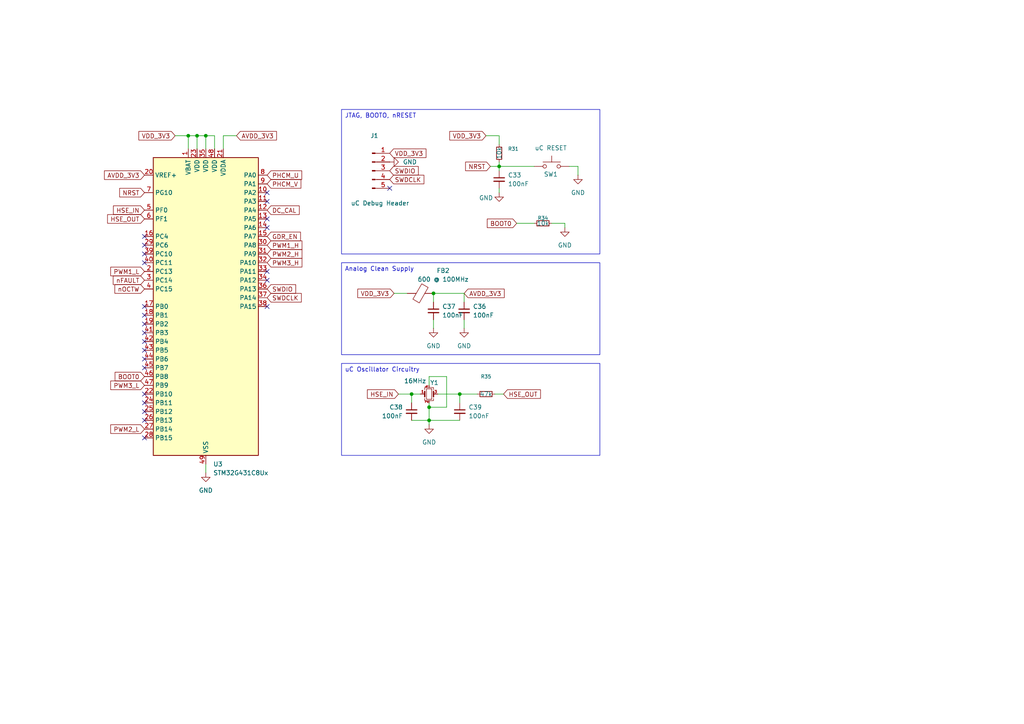
<source format=kicad_sch>
(kicad_sch
	(version 20250114)
	(generator "eeschema")
	(generator_version "9.0")
	(uuid "ccede390-6b1f-4361-b90f-a7d1632bd202")
	(paper "A4")
	(lib_symbols
		(symbol "Connector:Conn_01x05_Pin"
			(pin_names
				(offset 1.016)
				(hide yes)
			)
			(exclude_from_sim no)
			(in_bom yes)
			(on_board yes)
			(property "Reference" "J"
				(at 0 7.62 0)
				(effects
					(font
						(size 1.27 1.27)
					)
				)
			)
			(property "Value" "Conn_01x05_Pin"
				(at 0 -7.62 0)
				(effects
					(font
						(size 1.27 1.27)
					)
				)
			)
			(property "Footprint" ""
				(at 0 0 0)
				(effects
					(font
						(size 1.27 1.27)
					)
					(hide yes)
				)
			)
			(property "Datasheet" "~"
				(at 0 0 0)
				(effects
					(font
						(size 1.27 1.27)
					)
					(hide yes)
				)
			)
			(property "Description" "Generic connector, single row, 01x05, script generated"
				(at 0 0 0)
				(effects
					(font
						(size 1.27 1.27)
					)
					(hide yes)
				)
			)
			(property "ki_locked" ""
				(at 0 0 0)
				(effects
					(font
						(size 1.27 1.27)
					)
				)
			)
			(property "ki_keywords" "connector"
				(at 0 0 0)
				(effects
					(font
						(size 1.27 1.27)
					)
					(hide yes)
				)
			)
			(property "ki_fp_filters" "Connector*:*_1x??_*"
				(at 0 0 0)
				(effects
					(font
						(size 1.27 1.27)
					)
					(hide yes)
				)
			)
			(symbol "Conn_01x05_Pin_1_1"
				(rectangle
					(start 0.8636 5.207)
					(end 0 4.953)
					(stroke
						(width 0.1524)
						(type default)
					)
					(fill
						(type outline)
					)
				)
				(rectangle
					(start 0.8636 2.667)
					(end 0 2.413)
					(stroke
						(width 0.1524)
						(type default)
					)
					(fill
						(type outline)
					)
				)
				(rectangle
					(start 0.8636 0.127)
					(end 0 -0.127)
					(stroke
						(width 0.1524)
						(type default)
					)
					(fill
						(type outline)
					)
				)
				(rectangle
					(start 0.8636 -2.413)
					(end 0 -2.667)
					(stroke
						(width 0.1524)
						(type default)
					)
					(fill
						(type outline)
					)
				)
				(rectangle
					(start 0.8636 -4.953)
					(end 0 -5.207)
					(stroke
						(width 0.1524)
						(type default)
					)
					(fill
						(type outline)
					)
				)
				(polyline
					(pts
						(xy 1.27 5.08) (xy 0.8636 5.08)
					)
					(stroke
						(width 0.1524)
						(type default)
					)
					(fill
						(type none)
					)
				)
				(polyline
					(pts
						(xy 1.27 2.54) (xy 0.8636 2.54)
					)
					(stroke
						(width 0.1524)
						(type default)
					)
					(fill
						(type none)
					)
				)
				(polyline
					(pts
						(xy 1.27 0) (xy 0.8636 0)
					)
					(stroke
						(width 0.1524)
						(type default)
					)
					(fill
						(type none)
					)
				)
				(polyline
					(pts
						(xy 1.27 -2.54) (xy 0.8636 -2.54)
					)
					(stroke
						(width 0.1524)
						(type default)
					)
					(fill
						(type none)
					)
				)
				(polyline
					(pts
						(xy 1.27 -5.08) (xy 0.8636 -5.08)
					)
					(stroke
						(width 0.1524)
						(type default)
					)
					(fill
						(type none)
					)
				)
				(pin passive line
					(at 5.08 5.08 180)
					(length 3.81)
					(name "Pin_1"
						(effects
							(font
								(size 1.27 1.27)
							)
						)
					)
					(number "1"
						(effects
							(font
								(size 1.27 1.27)
							)
						)
					)
				)
				(pin passive line
					(at 5.08 2.54 180)
					(length 3.81)
					(name "Pin_2"
						(effects
							(font
								(size 1.27 1.27)
							)
						)
					)
					(number "2"
						(effects
							(font
								(size 1.27 1.27)
							)
						)
					)
				)
				(pin passive line
					(at 5.08 0 180)
					(length 3.81)
					(name "Pin_3"
						(effects
							(font
								(size 1.27 1.27)
							)
						)
					)
					(number "3"
						(effects
							(font
								(size 1.27 1.27)
							)
						)
					)
				)
				(pin passive line
					(at 5.08 -2.54 180)
					(length 3.81)
					(name "Pin_4"
						(effects
							(font
								(size 1.27 1.27)
							)
						)
					)
					(number "4"
						(effects
							(font
								(size 1.27 1.27)
							)
						)
					)
				)
				(pin passive line
					(at 5.08 -5.08 180)
					(length 3.81)
					(name "Pin_5"
						(effects
							(font
								(size 1.27 1.27)
							)
						)
					)
					(number "5"
						(effects
							(font
								(size 1.27 1.27)
							)
						)
					)
				)
			)
			(embedded_fonts no)
		)
		(symbol "Device:C_Small"
			(pin_numbers
				(hide yes)
			)
			(pin_names
				(offset 0.254)
				(hide yes)
			)
			(exclude_from_sim no)
			(in_bom yes)
			(on_board yes)
			(property "Reference" "C"
				(at 0.254 1.778 0)
				(effects
					(font
						(size 1.27 1.27)
					)
					(justify left)
				)
			)
			(property "Value" "C_Small"
				(at 0.254 -2.032 0)
				(effects
					(font
						(size 1.27 1.27)
					)
					(justify left)
				)
			)
			(property "Footprint" ""
				(at 0 0 0)
				(effects
					(font
						(size 1.27 1.27)
					)
					(hide yes)
				)
			)
			(property "Datasheet" "~"
				(at 0 0 0)
				(effects
					(font
						(size 1.27 1.27)
					)
					(hide yes)
				)
			)
			(property "Description" "Unpolarized capacitor, small symbol"
				(at 0 0 0)
				(effects
					(font
						(size 1.27 1.27)
					)
					(hide yes)
				)
			)
			(property "ki_keywords" "capacitor cap"
				(at 0 0 0)
				(effects
					(font
						(size 1.27 1.27)
					)
					(hide yes)
				)
			)
			(property "ki_fp_filters" "C_*"
				(at 0 0 0)
				(effects
					(font
						(size 1.27 1.27)
					)
					(hide yes)
				)
			)
			(symbol "C_Small_0_1"
				(polyline
					(pts
						(xy -1.524 0.508) (xy 1.524 0.508)
					)
					(stroke
						(width 0.3048)
						(type default)
					)
					(fill
						(type none)
					)
				)
				(polyline
					(pts
						(xy -1.524 -0.508) (xy 1.524 -0.508)
					)
					(stroke
						(width 0.3302)
						(type default)
					)
					(fill
						(type none)
					)
				)
			)
			(symbol "C_Small_1_1"
				(pin passive line
					(at 0 2.54 270)
					(length 2.032)
					(name "~"
						(effects
							(font
								(size 1.27 1.27)
							)
						)
					)
					(number "1"
						(effects
							(font
								(size 1.27 1.27)
							)
						)
					)
				)
				(pin passive line
					(at 0 -2.54 90)
					(length 2.032)
					(name "~"
						(effects
							(font
								(size 1.27 1.27)
							)
						)
					)
					(number "2"
						(effects
							(font
								(size 1.27 1.27)
							)
						)
					)
				)
			)
			(embedded_fonts no)
		)
		(symbol "Device:Crystal_GND24_Small"
			(pin_names
				(offset 1.016)
				(hide yes)
			)
			(exclude_from_sim no)
			(in_bom yes)
			(on_board yes)
			(property "Reference" "Y"
				(at 1.27 4.445 0)
				(effects
					(font
						(size 1.27 1.27)
					)
					(justify left)
				)
			)
			(property "Value" "Crystal_GND24_Small"
				(at 1.27 2.54 0)
				(effects
					(font
						(size 1.27 1.27)
					)
					(justify left)
				)
			)
			(property "Footprint" ""
				(at 0 0 0)
				(effects
					(font
						(size 1.27 1.27)
					)
					(hide yes)
				)
			)
			(property "Datasheet" "~"
				(at 0 0 0)
				(effects
					(font
						(size 1.27 1.27)
					)
					(hide yes)
				)
			)
			(property "Description" "Four pin crystal, GND on pins 2 and 4, small symbol"
				(at 0 0 0)
				(effects
					(font
						(size 1.27 1.27)
					)
					(hide yes)
				)
			)
			(property "ki_keywords" "quartz ceramic resonator oscillator"
				(at 0 0 0)
				(effects
					(font
						(size 1.27 1.27)
					)
					(hide yes)
				)
			)
			(property "ki_fp_filters" "Crystal*"
				(at 0 0 0)
				(effects
					(font
						(size 1.27 1.27)
					)
					(hide yes)
				)
			)
			(symbol "Crystal_GND24_Small_0_1"
				(polyline
					(pts
						(xy -1.27 1.27) (xy -1.27 1.905) (xy 1.27 1.905) (xy 1.27 1.27)
					)
					(stroke
						(width 0)
						(type default)
					)
					(fill
						(type none)
					)
				)
				(polyline
					(pts
						(xy -1.27 -0.762) (xy -1.27 0.762)
					)
					(stroke
						(width 0.381)
						(type default)
					)
					(fill
						(type none)
					)
				)
				(polyline
					(pts
						(xy -1.27 -1.27) (xy -1.27 -1.905) (xy 1.27 -1.905) (xy 1.27 -1.27)
					)
					(stroke
						(width 0)
						(type default)
					)
					(fill
						(type none)
					)
				)
				(rectangle
					(start -0.762 -1.524)
					(end 0.762 1.524)
					(stroke
						(width 0)
						(type default)
					)
					(fill
						(type none)
					)
				)
				(polyline
					(pts
						(xy 1.27 -0.762) (xy 1.27 0.762)
					)
					(stroke
						(width 0.381)
						(type default)
					)
					(fill
						(type none)
					)
				)
			)
			(symbol "Crystal_GND24_Small_1_1"
				(pin passive line
					(at -2.54 0 0)
					(length 1.27)
					(name "1"
						(effects
							(font
								(size 1.27 1.27)
							)
						)
					)
					(number "1"
						(effects
							(font
								(size 0.762 0.762)
							)
						)
					)
				)
				(pin passive line
					(at 0 2.54 270)
					(length 0.635)
					(name "4"
						(effects
							(font
								(size 1.27 1.27)
							)
						)
					)
					(number "4"
						(effects
							(font
								(size 0.762 0.762)
							)
						)
					)
				)
				(pin passive line
					(at 0 -2.54 90)
					(length 0.635)
					(name "2"
						(effects
							(font
								(size 1.27 1.27)
							)
						)
					)
					(number "2"
						(effects
							(font
								(size 0.762 0.762)
							)
						)
					)
				)
				(pin passive line
					(at 2.54 0 180)
					(length 1.27)
					(name "3"
						(effects
							(font
								(size 1.27 1.27)
							)
						)
					)
					(number "3"
						(effects
							(font
								(size 0.762 0.762)
							)
						)
					)
				)
			)
			(embedded_fonts no)
		)
		(symbol "Device:FerriteBead"
			(pin_numbers
				(hide yes)
			)
			(pin_names
				(offset 0)
			)
			(exclude_from_sim no)
			(in_bom yes)
			(on_board yes)
			(property "Reference" "FB"
				(at -3.81 0.635 90)
				(effects
					(font
						(size 1.27 1.27)
					)
				)
			)
			(property "Value" "FerriteBead"
				(at 3.81 0 90)
				(effects
					(font
						(size 1.27 1.27)
					)
				)
			)
			(property "Footprint" ""
				(at -1.778 0 90)
				(effects
					(font
						(size 1.27 1.27)
					)
					(hide yes)
				)
			)
			(property "Datasheet" "~"
				(at 0 0 0)
				(effects
					(font
						(size 1.27 1.27)
					)
					(hide yes)
				)
			)
			(property "Description" "Ferrite bead"
				(at 0 0 0)
				(effects
					(font
						(size 1.27 1.27)
					)
					(hide yes)
				)
			)
			(property "ki_keywords" "L ferrite bead inductor filter"
				(at 0 0 0)
				(effects
					(font
						(size 1.27 1.27)
					)
					(hide yes)
				)
			)
			(property "ki_fp_filters" "Inductor_* L_* *Ferrite*"
				(at 0 0 0)
				(effects
					(font
						(size 1.27 1.27)
					)
					(hide yes)
				)
			)
			(symbol "FerriteBead_0_1"
				(polyline
					(pts
						(xy -2.7686 0.4064) (xy -1.7018 2.2606) (xy 2.7686 -0.3048) (xy 1.6764 -2.159) (xy -2.7686 0.4064)
					)
					(stroke
						(width 0)
						(type default)
					)
					(fill
						(type none)
					)
				)
				(polyline
					(pts
						(xy 0 1.27) (xy 0 1.2954)
					)
					(stroke
						(width 0)
						(type default)
					)
					(fill
						(type none)
					)
				)
				(polyline
					(pts
						(xy 0 -1.27) (xy 0 -1.2192)
					)
					(stroke
						(width 0)
						(type default)
					)
					(fill
						(type none)
					)
				)
			)
			(symbol "FerriteBead_1_1"
				(pin passive line
					(at 0 3.81 270)
					(length 2.54)
					(name "~"
						(effects
							(font
								(size 1.27 1.27)
							)
						)
					)
					(number "1"
						(effects
							(font
								(size 1.27 1.27)
							)
						)
					)
				)
				(pin passive line
					(at 0 -3.81 90)
					(length 2.54)
					(name "~"
						(effects
							(font
								(size 1.27 1.27)
							)
						)
					)
					(number "2"
						(effects
							(font
								(size 1.27 1.27)
							)
						)
					)
				)
			)
			(embedded_fonts no)
		)
		(symbol "Device:R_Small"
			(pin_numbers
				(hide yes)
			)
			(pin_names
				(offset 0.254)
				(hide yes)
			)
			(exclude_from_sim no)
			(in_bom yes)
			(on_board yes)
			(property "Reference" "R"
				(at 0 0 90)
				(effects
					(font
						(size 1.016 1.016)
					)
				)
			)
			(property "Value" "R_Small"
				(at 1.778 0 90)
				(effects
					(font
						(size 1.27 1.27)
					)
				)
			)
			(property "Footprint" ""
				(at 0 0 0)
				(effects
					(font
						(size 1.27 1.27)
					)
					(hide yes)
				)
			)
			(property "Datasheet" "~"
				(at 0 0 0)
				(effects
					(font
						(size 1.27 1.27)
					)
					(hide yes)
				)
			)
			(property "Description" "Resistor, small symbol"
				(at 0 0 0)
				(effects
					(font
						(size 1.27 1.27)
					)
					(hide yes)
				)
			)
			(property "ki_keywords" "R resistor"
				(at 0 0 0)
				(effects
					(font
						(size 1.27 1.27)
					)
					(hide yes)
				)
			)
			(property "ki_fp_filters" "R_*"
				(at 0 0 0)
				(effects
					(font
						(size 1.27 1.27)
					)
					(hide yes)
				)
			)
			(symbol "R_Small_0_1"
				(rectangle
					(start -0.762 1.778)
					(end 0.762 -1.778)
					(stroke
						(width 0.2032)
						(type default)
					)
					(fill
						(type none)
					)
				)
			)
			(symbol "R_Small_1_1"
				(pin passive line
					(at 0 2.54 270)
					(length 0.762)
					(name "~"
						(effects
							(font
								(size 1.27 1.27)
							)
						)
					)
					(number "1"
						(effects
							(font
								(size 1.27 1.27)
							)
						)
					)
				)
				(pin passive line
					(at 0 -2.54 90)
					(length 0.762)
					(name "~"
						(effects
							(font
								(size 1.27 1.27)
							)
						)
					)
					(number "2"
						(effects
							(font
								(size 1.27 1.27)
							)
						)
					)
				)
			)
			(embedded_fonts no)
		)
		(symbol "MCU_ST_STM32G4:STM32G431C8Ux"
			(exclude_from_sim no)
			(in_bom yes)
			(on_board yes)
			(property "Reference" "U3"
				(at 2.1433 -45.72 0)
				(effects
					(font
						(size 1.27 1.27)
					)
					(justify left)
				)
			)
			(property "Value" "STM32G431C8Ux"
				(at 2.1433 -48.26 0)
				(effects
					(font
						(size 1.27 1.27)
					)
					(justify left)
				)
			)
			(property "Footprint" "Package_DFN_QFN:QFN-48-1EP_7x7mm_P0.5mm_EP5.6x5.6mm"
				(at -15.24 -43.18 0)
				(effects
					(font
						(size 1.27 1.27)
					)
					(justify right)
					(hide yes)
				)
			)
			(property "Datasheet" "https://www.st.com/resource/en/datasheet/stm32g431c8.pdf"
				(at 0 0 0)
				(effects
					(font
						(size 1.27 1.27)
					)
					(hide yes)
				)
			)
			(property "Description" "STMicroelectronics Arm Cortex-M4 MCU, 64KB flash, 32KB RAM, 170 MHz, 1.71-3.6V, 42 GPIO, UFQFPN48"
				(at 0 0 0)
				(effects
					(font
						(size 1.27 1.27)
					)
					(hide yes)
				)
			)
			(property "ki_keywords" "Arm Cortex-M4 STM32G4 STM32G4x1"
				(at 0 0 0)
				(effects
					(font
						(size 1.27 1.27)
					)
					(hide yes)
				)
			)
			(property "ki_fp_filters" "QFN*1EP*7x7mm*P0.5mm*"
				(at 0 0 0)
				(effects
					(font
						(size 1.27 1.27)
					)
					(hide yes)
				)
			)
			(symbol "STM32G431C8Ux_0_1"
				(rectangle
					(start -15.24 -43.18)
					(end 15.24 43.18)
					(stroke
						(width 0.254)
						(type default)
					)
					(fill
						(type background)
					)
				)
			)
			(symbol "STM32G431C8Ux_1_1"
				(pin input line
					(at -17.78 38.1 0)
					(length 2.54)
					(name "VREF+"
						(effects
							(font
								(size 1.27 1.27)
							)
						)
					)
					(number "20"
						(effects
							(font
								(size 1.27 1.27)
							)
						)
					)
					(alternate "VREFBUF_OUT" bidirectional line)
				)
				(pin bidirectional line
					(at -17.78 33.02 0)
					(length 2.54)
					(name "PG10"
						(effects
							(font
								(size 1.27 1.27)
							)
						)
					)
					(number "7"
						(effects
							(font
								(size 1.27 1.27)
							)
						)
					)
					(alternate "DAC1_EXTI10" bidirectional line)
					(alternate "DAC3_EXTI10" bidirectional line)
					(alternate "RCC_MCO" bidirectional line)
				)
				(pin bidirectional line
					(at -17.78 27.94 0)
					(length 2.54)
					(name "PF0"
						(effects
							(font
								(size 1.27 1.27)
							)
						)
					)
					(number "5"
						(effects
							(font
								(size 1.27 1.27)
							)
						)
					)
					(alternate "ADC1_IN10" bidirectional line)
					(alternate "I2C2_SDA" bidirectional line)
					(alternate "I2S2_WS" bidirectional line)
					(alternate "RCC_OSC_IN" bidirectional line)
					(alternate "SPI2_NSS" bidirectional line)
					(alternate "TIM1_CH3N" bidirectional line)
				)
				(pin bidirectional line
					(at -17.78 25.4 0)
					(length 2.54)
					(name "PF1"
						(effects
							(font
								(size 1.27 1.27)
							)
						)
					)
					(number "6"
						(effects
							(font
								(size 1.27 1.27)
							)
						)
					)
					(alternate "ADC2_IN10" bidirectional line)
					(alternate "COMP3_INM" bidirectional line)
					(alternate "I2S2_CK" bidirectional line)
					(alternate "RCC_OSC_OUT" bidirectional line)
					(alternate "SPI2_SCK" bidirectional line)
				)
				(pin bidirectional line
					(at -17.78 20.32 0)
					(length 2.54)
					(name "PC4"
						(effects
							(font
								(size 1.27 1.27)
							)
						)
					)
					(number "16"
						(effects
							(font
								(size 1.27 1.27)
							)
						)
					)
					(alternate "ADC2_IN5" bidirectional line)
					(alternate "I2C2_SCL" bidirectional line)
					(alternate "TIM1_ETR" bidirectional line)
					(alternate "USART1_TX" bidirectional line)
				)
				(pin bidirectional line
					(at -17.78 17.78 0)
					(length 2.54)
					(name "PC6"
						(effects
							(font
								(size 1.27 1.27)
							)
						)
					)
					(number "29"
						(effects
							(font
								(size 1.27 1.27)
							)
						)
					)
					(alternate "I2S2_MCK" bidirectional line)
					(alternate "TIM3_CH1" bidirectional line)
					(alternate "TIM8_CH1" bidirectional line)
				)
				(pin bidirectional line
					(at -17.78 15.24 0)
					(length 2.54)
					(name "PC10"
						(effects
							(font
								(size 1.27 1.27)
							)
						)
					)
					(number "39"
						(effects
							(font
								(size 1.27 1.27)
							)
						)
					)
					(alternate "DAC1_EXTI10" bidirectional line)
					(alternate "DAC3_EXTI10" bidirectional line)
					(alternate "I2S3_CK" bidirectional line)
					(alternate "SPI3_SCK" bidirectional line)
					(alternate "TIM8_CH1N" bidirectional line)
					(alternate "UART4_TX" bidirectional line)
					(alternate "USART3_TX" bidirectional line)
				)
				(pin bidirectional line
					(at -17.78 12.7 0)
					(length 2.54)
					(name "PC11"
						(effects
							(font
								(size 1.27 1.27)
							)
						)
					)
					(number "40"
						(effects
							(font
								(size 1.27 1.27)
							)
						)
					)
					(alternate "ADC1_EXTI11" bidirectional line)
					(alternate "ADC2_EXTI11" bidirectional line)
					(alternate "I2C3_SDA" bidirectional line)
					(alternate "SPI3_MISO" bidirectional line)
					(alternate "TIM8_CH2N" bidirectional line)
					(alternate "UART4_RX" bidirectional line)
					(alternate "USART3_RX" bidirectional line)
				)
				(pin bidirectional line
					(at -17.78 10.16 0)
					(length 2.54)
					(name "PC13"
						(effects
							(font
								(size 1.27 1.27)
							)
						)
					)
					(number "2"
						(effects
							(font
								(size 1.27 1.27)
							)
						)
					)
					(alternate "RTC_OUT1" bidirectional line)
					(alternate "RTC_TAMP1" bidirectional line)
					(alternate "RTC_TS" bidirectional line)
					(alternate "SYS_WKUP2" bidirectional line)
					(alternate "TIM1_BKIN" bidirectional line)
					(alternate "TIM1_CH1N" bidirectional line)
					(alternate "TIM8_CH4N" bidirectional line)
				)
				(pin bidirectional line
					(at -17.78 7.62 0)
					(length 2.54)
					(name "PC14"
						(effects
							(font
								(size 1.27 1.27)
							)
						)
					)
					(number "3"
						(effects
							(font
								(size 1.27 1.27)
							)
						)
					)
					(alternate "RCC_OSC32_IN" bidirectional line)
				)
				(pin bidirectional line
					(at -17.78 5.08 0)
					(length 2.54)
					(name "PC15"
						(effects
							(font
								(size 1.27 1.27)
							)
						)
					)
					(number "4"
						(effects
							(font
								(size 1.27 1.27)
							)
						)
					)
					(alternate "ADC1_EXTI15" bidirectional line)
					(alternate "ADC2_EXTI15" bidirectional line)
					(alternate "RCC_OSC32_OUT" bidirectional line)
				)
				(pin bidirectional line
					(at -17.78 0 0)
					(length 2.54)
					(name "PB0"
						(effects
							(font
								(size 1.27 1.27)
							)
						)
					)
					(number "17"
						(effects
							(font
								(size 1.27 1.27)
							)
						)
					)
					(alternate "ADC1_IN15" bidirectional line)
					(alternate "COMP4_INP" bidirectional line)
					(alternate "OPAMP2_VINP" bidirectional line)
					(alternate "OPAMP2_VINP_SEC" bidirectional line)
					(alternate "OPAMP3_VINP" bidirectional line)
					(alternate "OPAMP3_VINP_SEC" bidirectional line)
					(alternate "TIM1_CH2N" bidirectional line)
					(alternate "TIM3_CH3" bidirectional line)
					(alternate "TIM8_CH2N" bidirectional line)
					(alternate "UCPD1_FRSTX1" bidirectional line)
					(alternate "UCPD1_FRSTX2" bidirectional line)
				)
				(pin bidirectional line
					(at -17.78 -2.54 0)
					(length 2.54)
					(name "PB1"
						(effects
							(font
								(size 1.27 1.27)
							)
						)
					)
					(number "18"
						(effects
							(font
								(size 1.27 1.27)
							)
						)
					)
					(alternate "ADC1_IN12" bidirectional line)
					(alternate "COMP1_INP" bidirectional line)
					(alternate "COMP4_OUT" bidirectional line)
					(alternate "LPUART1_DE" bidirectional line)
					(alternate "LPUART1_RTS" bidirectional line)
					(alternate "OPAMP3_VOUT" bidirectional line)
					(alternate "TIM1_CH3N" bidirectional line)
					(alternate "TIM3_CH4" bidirectional line)
					(alternate "TIM8_CH3N" bidirectional line)
				)
				(pin bidirectional line
					(at -17.78 -5.08 0)
					(length 2.54)
					(name "PB2"
						(effects
							(font
								(size 1.27 1.27)
							)
						)
					)
					(number "19"
						(effects
							(font
								(size 1.27 1.27)
							)
						)
					)
					(alternate "ADC2_IN12" bidirectional line)
					(alternate "COMP4_INM" bidirectional line)
					(alternate "I2C3_SMBA" bidirectional line)
					(alternate "LPTIM1_OUT" bidirectional line)
					(alternate "OPAMP3_VINM" bidirectional line)
					(alternate "OPAMP3_VINM0" bidirectional line)
					(alternate "OPAMP3_VINM_SEC" bidirectional line)
					(alternate "RTC_OUT2" bidirectional line)
				)
				(pin bidirectional line
					(at -17.78 -7.62 0)
					(length 2.54)
					(name "PB3"
						(effects
							(font
								(size 1.27 1.27)
							)
						)
					)
					(number "41"
						(effects
							(font
								(size 1.27 1.27)
							)
						)
					)
					(alternate "CRS_SYNC" bidirectional line)
					(alternate "I2S3_CK" bidirectional line)
					(alternate "SAI1_SCK_B" bidirectional line)
					(alternate "SPI1_SCK" bidirectional line)
					(alternate "SPI3_SCK" bidirectional line)
					(alternate "SYS_JTDO-SWO" bidirectional line)
					(alternate "TIM2_CH2" bidirectional line)
					(alternate "TIM3_ETR" bidirectional line)
					(alternate "TIM4_ETR" bidirectional line)
					(alternate "TIM8_CH1N" bidirectional line)
					(alternate "USART2_TX" bidirectional line)
				)
				(pin bidirectional line
					(at -17.78 -10.16 0)
					(length 2.54)
					(name "PB4"
						(effects
							(font
								(size 1.27 1.27)
							)
						)
					)
					(number "42"
						(effects
							(font
								(size 1.27 1.27)
							)
						)
					)
					(alternate "SAI1_MCLK_B" bidirectional line)
					(alternate "SPI1_MISO" bidirectional line)
					(alternate "SPI3_MISO" bidirectional line)
					(alternate "SYS_JTRST" bidirectional line)
					(alternate "TIM16_CH1" bidirectional line)
					(alternate "TIM17_BKIN" bidirectional line)
					(alternate "TIM3_CH1" bidirectional line)
					(alternate "TIM8_CH2N" bidirectional line)
					(alternate "UCPD1_CC2" bidirectional line)
					(alternate "USART2_RX" bidirectional line)
				)
				(pin bidirectional line
					(at -17.78 -12.7 0)
					(length 2.54)
					(name "PB5"
						(effects
							(font
								(size 1.27 1.27)
							)
						)
					)
					(number "43"
						(effects
							(font
								(size 1.27 1.27)
							)
						)
					)
					(alternate "I2C1_SMBA" bidirectional line)
					(alternate "I2C3_SDA" bidirectional line)
					(alternate "I2S3_SD" bidirectional line)
					(alternate "LPTIM1_IN1" bidirectional line)
					(alternate "SAI1_SD_B" bidirectional line)
					(alternate "SPI1_MOSI" bidirectional line)
					(alternate "SPI3_MOSI" bidirectional line)
					(alternate "TIM16_BKIN" bidirectional line)
					(alternate "TIM17_CH1" bidirectional line)
					(alternate "TIM3_CH2" bidirectional line)
					(alternate "TIM8_CH3N" bidirectional line)
					(alternate "USART2_CK" bidirectional line)
				)
				(pin bidirectional line
					(at -17.78 -15.24 0)
					(length 2.54)
					(name "PB6"
						(effects
							(font
								(size 1.27 1.27)
							)
						)
					)
					(number "44"
						(effects
							(font
								(size 1.27 1.27)
							)
						)
					)
					(alternate "COMP4_OUT" bidirectional line)
					(alternate "LPTIM1_ETR" bidirectional line)
					(alternate "SAI1_FS_B" bidirectional line)
					(alternate "TIM16_CH1N" bidirectional line)
					(alternate "TIM4_CH1" bidirectional line)
					(alternate "TIM8_BKIN2" bidirectional line)
					(alternate "TIM8_CH1" bidirectional line)
					(alternate "TIM8_ETR" bidirectional line)
					(alternate "UCPD1_CC1" bidirectional line)
					(alternate "USART1_TX" bidirectional line)
				)
				(pin bidirectional line
					(at -17.78 -17.78 0)
					(length 2.54)
					(name "PB7"
						(effects
							(font
								(size 1.27 1.27)
							)
						)
					)
					(number "45"
						(effects
							(font
								(size 1.27 1.27)
							)
						)
					)
					(alternate "COMP3_OUT" bidirectional line)
					(alternate "I2C1_SDA" bidirectional line)
					(alternate "LPTIM1_IN2" bidirectional line)
					(alternate "SYS_PVD_IN" bidirectional line)
					(alternate "TIM17_CH1N" bidirectional line)
					(alternate "TIM3_CH4" bidirectional line)
					(alternate "TIM4_CH2" bidirectional line)
					(alternate "TIM8_BKIN" bidirectional line)
					(alternate "UART4_CTS" bidirectional line)
					(alternate "USART1_RX" bidirectional line)
				)
				(pin bidirectional line
					(at -17.78 -20.32 0)
					(length 2.54)
					(name "PB8"
						(effects
							(font
								(size 1.27 1.27)
							)
						)
					)
					(number "46"
						(effects
							(font
								(size 1.27 1.27)
							)
						)
					)
					(alternate "COMP1_OUT" bidirectional line)
					(alternate "FDCAN1_RX" bidirectional line)
					(alternate "I2C1_SCL" bidirectional line)
					(alternate "SAI1_CK1" bidirectional line)
					(alternate "SAI1_MCLK_A" bidirectional line)
					(alternate "TIM16_CH1" bidirectional line)
					(alternate "TIM1_BKIN" bidirectional line)
					(alternate "TIM4_CH3" bidirectional line)
					(alternate "TIM8_CH2" bidirectional line)
					(alternate "USART3_RX" bidirectional line)
				)
				(pin bidirectional line
					(at -17.78 -22.86 0)
					(length 2.54)
					(name "PB9"
						(effects
							(font
								(size 1.27 1.27)
							)
						)
					)
					(number "47"
						(effects
							(font
								(size 1.27 1.27)
							)
						)
					)
					(alternate "COMP2_OUT" bidirectional line)
					(alternate "DAC1_EXTI9" bidirectional line)
					(alternate "DAC3_EXTI9" bidirectional line)
					(alternate "FDCAN1_TX" bidirectional line)
					(alternate "I2C1_SDA" bidirectional line)
					(alternate "IR_OUT" bidirectional line)
					(alternate "SAI1_D2" bidirectional line)
					(alternate "SAI1_FS_A" bidirectional line)
					(alternate "TIM17_CH1" bidirectional line)
					(alternate "TIM1_CH3N" bidirectional line)
					(alternate "TIM4_CH4" bidirectional line)
					(alternate "TIM8_CH3" bidirectional line)
					(alternate "USART3_TX" bidirectional line)
				)
				(pin bidirectional line
					(at -17.78 -25.4 0)
					(length 2.54)
					(name "PB10"
						(effects
							(font
								(size 1.27 1.27)
							)
						)
					)
					(number "22"
						(effects
							(font
								(size 1.27 1.27)
							)
						)
					)
					(alternate "DAC1_EXTI10" bidirectional line)
					(alternate "DAC3_EXTI10" bidirectional line)
					(alternate "LPUART1_RX" bidirectional line)
					(alternate "OPAMP3_VINM" bidirectional line)
					(alternate "OPAMP3_VINM1" bidirectional line)
					(alternate "OPAMP3_VINM_SEC" bidirectional line)
					(alternate "SAI1_SCK_A" bidirectional line)
					(alternate "TIM1_BKIN" bidirectional line)
					(alternate "TIM2_CH3" bidirectional line)
					(alternate "USART3_TX" bidirectional line)
				)
				(pin bidirectional line
					(at -17.78 -27.94 0)
					(length 2.54)
					(name "PB11"
						(effects
							(font
								(size 1.27 1.27)
							)
						)
					)
					(number "24"
						(effects
							(font
								(size 1.27 1.27)
							)
						)
					)
					(alternate "ADC1_EXTI11" bidirectional line)
					(alternate "ADC1_IN14" bidirectional line)
					(alternate "ADC2_EXTI11" bidirectional line)
					(alternate "ADC2_IN14" bidirectional line)
					(alternate "LPUART1_TX" bidirectional line)
					(alternate "TIM2_CH4" bidirectional line)
					(alternate "USART3_RX" bidirectional line)
				)
				(pin bidirectional line
					(at -17.78 -30.48 0)
					(length 2.54)
					(name "PB12"
						(effects
							(font
								(size 1.27 1.27)
							)
						)
					)
					(number "25"
						(effects
							(font
								(size 1.27 1.27)
							)
						)
					)
					(alternate "ADC1_IN11" bidirectional line)
					(alternate "I2C2_SMBA" bidirectional line)
					(alternate "I2S2_WS" bidirectional line)
					(alternate "LPUART1_DE" bidirectional line)
					(alternate "LPUART1_RTS" bidirectional line)
					(alternate "SPI2_NSS" bidirectional line)
					(alternate "TIM1_BKIN" bidirectional line)
					(alternate "USART3_CK" bidirectional line)
				)
				(pin bidirectional line
					(at -17.78 -33.02 0)
					(length 2.54)
					(name "PB13"
						(effects
							(font
								(size 1.27 1.27)
							)
						)
					)
					(number "26"
						(effects
							(font
								(size 1.27 1.27)
							)
						)
					)
					(alternate "I2S2_CK" bidirectional line)
					(alternate "LPUART1_CTS" bidirectional line)
					(alternate "OPAMP3_VINP" bidirectional line)
					(alternate "OPAMP3_VINP_SEC" bidirectional line)
					(alternate "SPI2_SCK" bidirectional line)
					(alternate "TIM1_CH1N" bidirectional line)
					(alternate "USART3_CTS" bidirectional line)
					(alternate "USART3_NSS" bidirectional line)
				)
				(pin bidirectional line
					(at -17.78 -35.56 0)
					(length 2.54)
					(name "PB14"
						(effects
							(font
								(size 1.27 1.27)
							)
						)
					)
					(number "27"
						(effects
							(font
								(size 1.27 1.27)
							)
						)
					)
					(alternate "ADC1_IN5" bidirectional line)
					(alternate "COMP4_OUT" bidirectional line)
					(alternate "OPAMP2_VINP" bidirectional line)
					(alternate "OPAMP2_VINP_SEC" bidirectional line)
					(alternate "SPI2_MISO" bidirectional line)
					(alternate "TIM15_CH1" bidirectional line)
					(alternate "TIM1_CH2N" bidirectional line)
					(alternate "USART3_DE" bidirectional line)
					(alternate "USART3_RTS" bidirectional line)
				)
				(pin bidirectional line
					(at -17.78 -38.1 0)
					(length 2.54)
					(name "PB15"
						(effects
							(font
								(size 1.27 1.27)
							)
						)
					)
					(number "28"
						(effects
							(font
								(size 1.27 1.27)
							)
						)
					)
					(alternate "ADC1_EXTI15" bidirectional line)
					(alternate "ADC2_EXTI15" bidirectional line)
					(alternate "ADC2_IN15" bidirectional line)
					(alternate "COMP3_OUT" bidirectional line)
					(alternate "I2S2_SD" bidirectional line)
					(alternate "RTC_REFIN" bidirectional line)
					(alternate "SPI2_MOSI" bidirectional line)
					(alternate "TIM15_CH1N" bidirectional line)
					(alternate "TIM15_CH2" bidirectional line)
					(alternate "TIM1_CH3N" bidirectional line)
				)
				(pin power_out line
					(at -5.08 45.72 270)
					(length 2.54)
					(name "VBAT"
						(effects
							(font
								(size 1.27 1.27)
							)
						)
					)
					(number "1"
						(effects
							(font
								(size 1.27 1.27)
							)
						)
					)
				)
				(pin power_in line
					(at -2.54 45.72 270)
					(length 2.54)
					(name "VDD"
						(effects
							(font
								(size 1.27 1.27)
							)
						)
					)
					(number "23"
						(effects
							(font
								(size 1.27 1.27)
							)
						)
					)
				)
				(pin power_in line
					(at 0 45.72 270)
					(length 2.54)
					(name "VDD"
						(effects
							(font
								(size 1.27 1.27)
							)
						)
					)
					(number "35"
						(effects
							(font
								(size 1.27 1.27)
							)
						)
					)
				)
				(pin power_in line
					(at 0 -45.72 90)
					(length 2.54)
					(name "VSS"
						(effects
							(font
								(size 1.27 1.27)
							)
						)
					)
					(number "49"
						(effects
							(font
								(size 1.27 1.27)
							)
						)
					)
				)
				(pin power_in line
					(at 2.54 45.72 270)
					(length 2.54)
					(name "VDD"
						(effects
							(font
								(size 1.27 1.27)
							)
						)
					)
					(number "48"
						(effects
							(font
								(size 1.27 1.27)
							)
						)
					)
				)
				(pin power_out line
					(at 5.08 45.72 270)
					(length 2.54)
					(name "VDDA"
						(effects
							(font
								(size 1.27 1.27)
							)
						)
					)
					(number "21"
						(effects
							(font
								(size 1.27 1.27)
							)
						)
					)
				)
				(pin bidirectional line
					(at 17.78 38.1 180)
					(length 2.54)
					(name "PA0"
						(effects
							(font
								(size 1.27 1.27)
							)
						)
					)
					(number "8"
						(effects
							(font
								(size 1.27 1.27)
							)
						)
					)
					(alternate "ADC1_IN1" bidirectional line)
					(alternate "ADC2_IN1" bidirectional line)
					(alternate "COMP1_INM" bidirectional line)
					(alternate "COMP1_OUT" bidirectional line)
					(alternate "COMP3_INP" bidirectional line)
					(alternate "RTC_TAMP2" bidirectional line)
					(alternate "SYS_WKUP1" bidirectional line)
					(alternate "TIM2_CH1" bidirectional line)
					(alternate "TIM2_ETR" bidirectional line)
					(alternate "TIM8_BKIN" bidirectional line)
					(alternate "TIM8_ETR" bidirectional line)
					(alternate "USART2_CTS" bidirectional line)
					(alternate "USART2_NSS" bidirectional line)
				)
				(pin bidirectional line
					(at 17.78 35.56 180)
					(length 2.54)
					(name "PA1"
						(effects
							(font
								(size 1.27 1.27)
							)
						)
					)
					(number "9"
						(effects
							(font
								(size 1.27 1.27)
							)
						)
					)
					(alternate "ADC1_IN2" bidirectional line)
					(alternate "ADC2_IN2" bidirectional line)
					(alternate "COMP1_INP" bidirectional line)
					(alternate "OPAMP1_VINP" bidirectional line)
					(alternate "OPAMP1_VINP_SEC" bidirectional line)
					(alternate "OPAMP3_VINP" bidirectional line)
					(alternate "OPAMP3_VINP_SEC" bidirectional line)
					(alternate "RTC_REFIN" bidirectional line)
					(alternate "TIM15_CH1N" bidirectional line)
					(alternate "TIM2_CH2" bidirectional line)
					(alternate "USART2_DE" bidirectional line)
					(alternate "USART2_RTS" bidirectional line)
				)
				(pin bidirectional line
					(at 17.78 33.02 180)
					(length 2.54)
					(name "PA2"
						(effects
							(font
								(size 1.27 1.27)
							)
						)
					)
					(number "10"
						(effects
							(font
								(size 1.27 1.27)
							)
						)
					)
					(alternate "ADC1_IN3" bidirectional line)
					(alternate "COMP2_INM" bidirectional line)
					(alternate "COMP2_OUT" bidirectional line)
					(alternate "LPUART1_TX" bidirectional line)
					(alternate "OPAMP1_VOUT" bidirectional line)
					(alternate "RCC_LSCO" bidirectional line)
					(alternate "SYS_WKUP4" bidirectional line)
					(alternate "TIM15_CH1" bidirectional line)
					(alternate "TIM2_CH3" bidirectional line)
					(alternate "UCPD1_FRSTX1" bidirectional line)
					(alternate "UCPD1_FRSTX2" bidirectional line)
					(alternate "USART2_TX" bidirectional line)
				)
				(pin bidirectional line
					(at 17.78 30.48 180)
					(length 2.54)
					(name "PA3"
						(effects
							(font
								(size 1.27 1.27)
							)
						)
					)
					(number "11"
						(effects
							(font
								(size 1.27 1.27)
							)
						)
					)
					(alternate "ADC1_IN4" bidirectional line)
					(alternate "COMP2_INP" bidirectional line)
					(alternate "LPUART1_RX" bidirectional line)
					(alternate "OPAMP1_VINM" bidirectional line)
					(alternate "OPAMP1_VINM0" bidirectional line)
					(alternate "OPAMP1_VINM_SEC" bidirectional line)
					(alternate "OPAMP1_VINP" bidirectional line)
					(alternate "OPAMP1_VINP_SEC" bidirectional line)
					(alternate "SAI1_CK1" bidirectional line)
					(alternate "SAI1_MCLK_A" bidirectional line)
					(alternate "TIM15_CH2" bidirectional line)
					(alternate "TIM2_CH4" bidirectional line)
					(alternate "USART2_RX" bidirectional line)
				)
				(pin bidirectional line
					(at 17.78 27.94 180)
					(length 2.54)
					(name "PA4"
						(effects
							(font
								(size 1.27 1.27)
							)
						)
					)
					(number "12"
						(effects
							(font
								(size 1.27 1.27)
							)
						)
					)
					(alternate "ADC2_IN17" bidirectional line)
					(alternate "COMP1_INM" bidirectional line)
					(alternate "DAC1_OUT1" bidirectional line)
					(alternate "I2S3_WS" bidirectional line)
					(alternate "SAI1_FS_B" bidirectional line)
					(alternate "SPI1_NSS" bidirectional line)
					(alternate "SPI3_NSS" bidirectional line)
					(alternate "TIM3_CH2" bidirectional line)
					(alternate "USART2_CK" bidirectional line)
				)
				(pin bidirectional line
					(at 17.78 25.4 180)
					(length 2.54)
					(name "PA5"
						(effects
							(font
								(size 1.27 1.27)
							)
						)
					)
					(number "13"
						(effects
							(font
								(size 1.27 1.27)
							)
						)
					)
					(alternate "ADC2_IN13" bidirectional line)
					(alternate "COMP2_INM" bidirectional line)
					(alternate "DAC1_OUT2" bidirectional line)
					(alternate "OPAMP2_VINM" bidirectional line)
					(alternate "OPAMP2_VINM0" bidirectional line)
					(alternate "OPAMP2_VINM_SEC" bidirectional line)
					(alternate "SPI1_SCK" bidirectional line)
					(alternate "TIM2_CH1" bidirectional line)
					(alternate "TIM2_ETR" bidirectional line)
					(alternate "UCPD1_FRSTX1" bidirectional line)
					(alternate "UCPD1_FRSTX2" bidirectional line)
				)
				(pin bidirectional line
					(at 17.78 22.86 180)
					(length 2.54)
					(name "PA6"
						(effects
							(font
								(size 1.27 1.27)
							)
						)
					)
					(number "14"
						(effects
							(font
								(size 1.27 1.27)
							)
						)
					)
					(alternate "ADC2_IN3" bidirectional line)
					(alternate "COMP1_OUT" bidirectional line)
					(alternate "LPUART1_CTS" bidirectional line)
					(alternate "OPAMP2_VOUT" bidirectional line)
					(alternate "SPI1_MISO" bidirectional line)
					(alternate "TIM16_CH1" bidirectional line)
					(alternate "TIM1_BKIN" bidirectional line)
					(alternate "TIM3_CH1" bidirectional line)
					(alternate "TIM8_BKIN" bidirectional line)
				)
				(pin bidirectional line
					(at 17.78 20.32 180)
					(length 2.54)
					(name "PA7"
						(effects
							(font
								(size 1.27 1.27)
							)
						)
					)
					(number "15"
						(effects
							(font
								(size 1.27 1.27)
							)
						)
					)
					(alternate "ADC2_IN4" bidirectional line)
					(alternate "COMP2_INP" bidirectional line)
					(alternate "COMP2_OUT" bidirectional line)
					(alternate "OPAMP1_VINP" bidirectional line)
					(alternate "OPAMP1_VINP_SEC" bidirectional line)
					(alternate "OPAMP2_VINP" bidirectional line)
					(alternate "OPAMP2_VINP_SEC" bidirectional line)
					(alternate "SPI1_MOSI" bidirectional line)
					(alternate "TIM17_CH1" bidirectional line)
					(alternate "TIM1_CH1N" bidirectional line)
					(alternate "TIM3_CH2" bidirectional line)
					(alternate "TIM8_CH1N" bidirectional line)
					(alternate "UCPD1_FRSTX1" bidirectional line)
					(alternate "UCPD1_FRSTX2" bidirectional line)
				)
				(pin bidirectional line
					(at 17.78 17.78 180)
					(length 2.54)
					(name "PA8"
						(effects
							(font
								(size 1.27 1.27)
							)
						)
					)
					(number "30"
						(effects
							(font
								(size 1.27 1.27)
							)
						)
					)
					(alternate "I2C2_SDA" bidirectional line)
					(alternate "I2C3_SCL" bidirectional line)
					(alternate "I2S2_MCK" bidirectional line)
					(alternate "RCC_MCO" bidirectional line)
					(alternate "SAI1_CK2" bidirectional line)
					(alternate "SAI1_SCK_A" bidirectional line)
					(alternate "TIM1_CH1" bidirectional line)
					(alternate "TIM4_ETR" bidirectional line)
					(alternate "USART1_CK" bidirectional line)
				)
				(pin bidirectional line
					(at 17.78 15.24 180)
					(length 2.54)
					(name "PA9"
						(effects
							(font
								(size 1.27 1.27)
							)
						)
					)
					(number "31"
						(effects
							(font
								(size 1.27 1.27)
							)
						)
					)
					(alternate "DAC1_EXTI9" bidirectional line)
					(alternate "DAC3_EXTI9" bidirectional line)
					(alternate "I2C2_SCL" bidirectional line)
					(alternate "I2C3_SMBA" bidirectional line)
					(alternate "I2S3_MCK" bidirectional line)
					(alternate "SAI1_FS_A" bidirectional line)
					(alternate "TIM15_BKIN" bidirectional line)
					(alternate "TIM1_CH2" bidirectional line)
					(alternate "TIM2_CH3" bidirectional line)
					(alternate "UCPD1_DBCC1" bidirectional line)
					(alternate "USART1_TX" bidirectional line)
				)
				(pin bidirectional line
					(at 17.78 12.7 180)
					(length 2.54)
					(name "PA10"
						(effects
							(font
								(size 1.27 1.27)
							)
						)
					)
					(number "32"
						(effects
							(font
								(size 1.27 1.27)
							)
						)
					)
					(alternate "CRS_SYNC" bidirectional line)
					(alternate "DAC1_EXTI10" bidirectional line)
					(alternate "DAC3_EXTI10" bidirectional line)
					(alternate "I2C2_SMBA" bidirectional line)
					(alternate "SAI1_D1" bidirectional line)
					(alternate "SAI1_SD_A" bidirectional line)
					(alternate "SPI2_MISO" bidirectional line)
					(alternate "TIM17_BKIN" bidirectional line)
					(alternate "TIM1_CH3" bidirectional line)
					(alternate "TIM2_CH4" bidirectional line)
					(alternate "TIM8_BKIN" bidirectional line)
					(alternate "UCPD1_DBCC2" bidirectional line)
					(alternate "USART1_RX" bidirectional line)
				)
				(pin bidirectional line
					(at 17.78 10.16 180)
					(length 2.54)
					(name "PA11"
						(effects
							(font
								(size 1.27 1.27)
							)
						)
					)
					(number "33"
						(effects
							(font
								(size 1.27 1.27)
							)
						)
					)
					(alternate "ADC1_EXTI11" bidirectional line)
					(alternate "ADC2_EXTI11" bidirectional line)
					(alternate "COMP1_OUT" bidirectional line)
					(alternate "FDCAN1_RX" bidirectional line)
					(alternate "I2S2_SD" bidirectional line)
					(alternate "SPI2_MOSI" bidirectional line)
					(alternate "TIM1_BKIN2" bidirectional line)
					(alternate "TIM1_CH1N" bidirectional line)
					(alternate "TIM1_CH4" bidirectional line)
					(alternate "TIM4_CH1" bidirectional line)
					(alternate "USART1_CTS" bidirectional line)
					(alternate "USART1_NSS" bidirectional line)
					(alternate "USB_DM" bidirectional line)
				)
				(pin bidirectional line
					(at 17.78 7.62 180)
					(length 2.54)
					(name "PA12"
						(effects
							(font
								(size 1.27 1.27)
							)
						)
					)
					(number "34"
						(effects
							(font
								(size 1.27 1.27)
							)
						)
					)
					(alternate "COMP2_OUT" bidirectional line)
					(alternate "FDCAN1_TX" bidirectional line)
					(alternate "I2S_CKIN" bidirectional line)
					(alternate "TIM16_CH1" bidirectional line)
					(alternate "TIM1_CH2N" bidirectional line)
					(alternate "TIM1_ETR" bidirectional line)
					(alternate "TIM4_CH2" bidirectional line)
					(alternate "USART1_DE" bidirectional line)
					(alternate "USART1_RTS" bidirectional line)
					(alternate "USB_DP" bidirectional line)
				)
				(pin bidirectional line
					(at 17.78 5.08 180)
					(length 2.54)
					(name "PA13"
						(effects
							(font
								(size 1.27 1.27)
							)
						)
					)
					(number "36"
						(effects
							(font
								(size 1.27 1.27)
							)
						)
					)
					(alternate "I2C1_SCL" bidirectional line)
					(alternate "IR_OUT" bidirectional line)
					(alternate "SAI1_SD_B" bidirectional line)
					(alternate "SYS_JTMS-SWDIO" bidirectional line)
					(alternate "TIM16_CH1N" bidirectional line)
					(alternate "TIM4_CH3" bidirectional line)
					(alternate "USART3_CTS" bidirectional line)
					(alternate "USART3_NSS" bidirectional line)
				)
				(pin bidirectional line
					(at 17.78 2.54 180)
					(length 2.54)
					(name "PA14"
						(effects
							(font
								(size 1.27 1.27)
							)
						)
					)
					(number "37"
						(effects
							(font
								(size 1.27 1.27)
							)
						)
					)
					(alternate "I2C1_SDA" bidirectional line)
					(alternate "LPTIM1_OUT" bidirectional line)
					(alternate "SAI1_FS_B" bidirectional line)
					(alternate "SYS_JTCK-SWCLK" bidirectional line)
					(alternate "TIM1_BKIN" bidirectional line)
					(alternate "TIM8_CH2" bidirectional line)
					(alternate "USART2_TX" bidirectional line)
				)
				(pin bidirectional line
					(at 17.78 0 180)
					(length 2.54)
					(name "PA15"
						(effects
							(font
								(size 1.27 1.27)
							)
						)
					)
					(number "38"
						(effects
							(font
								(size 1.27 1.27)
							)
						)
					)
					(alternate "ADC1_EXTI15" bidirectional line)
					(alternate "ADC2_EXTI15" bidirectional line)
					(alternate "I2C1_SCL" bidirectional line)
					(alternate "I2S3_WS" bidirectional line)
					(alternate "SPI1_NSS" bidirectional line)
					(alternate "SPI3_NSS" bidirectional line)
					(alternate "SYS_JTDI" bidirectional line)
					(alternate "TIM1_BKIN" bidirectional line)
					(alternate "TIM2_CH1" bidirectional line)
					(alternate "TIM2_ETR" bidirectional line)
					(alternate "TIM8_CH1" bidirectional line)
					(alternate "UART4_DE" bidirectional line)
					(alternate "UART4_RTS" bidirectional line)
					(alternate "USART2_RX" bidirectional line)
				)
			)
			(embedded_fonts no)
		)
		(symbol "Switch:SW_MEC_5G"
			(pin_numbers
				(hide yes)
			)
			(pin_names
				(offset 1.016)
				(hide yes)
			)
			(exclude_from_sim no)
			(in_bom yes)
			(on_board yes)
			(property "Reference" "SW1"
				(at -0.254 -2.286 0)
				(effects
					(font
						(size 1.27 1.27)
					)
				)
			)
			(property "Value" "uC RESET"
				(at -0.254 5.334 0)
				(effects
					(font
						(size 1.27 1.27)
					)
				)
			)
			(property "Footprint" "Button_Switch_SMD:SW_SPST_FSMSM"
				(at 1.27 -5.588 0)
				(effects
					(font
						(size 1.27 1.27)
					)
					(hide yes)
				)
			)
			(property "Datasheet" "http://www.apem.com/int/index.php?controller=attachment&id_attachment=488"
				(at 1.27 -5.588 0)
				(effects
					(font
						(size 1.27 1.27)
					)
					(hide yes)
				)
			)
			(property "Description" "MEC 5G single pole normally-open tactile switch"
				(at 1.27 -10.668 0)
				(effects
					(font
						(size 1.27 1.27)
					)
					(hide yes)
				)
			)
			(property "ki_keywords" "switch normally-open pushbutton push-button"
				(at 0 0 0)
				(effects
					(font
						(size 1.27 1.27)
					)
					(hide yes)
				)
			)
			(property "ki_fp_filters" "SW*MEC*5G*"
				(at 0 0 0)
				(effects
					(font
						(size 1.27 1.27)
					)
					(hide yes)
				)
			)
			(symbol "SW_MEC_5G_0_1"
				(circle
					(center -2.032 0)
					(radius 0.508)
					(stroke
						(width 0)
						(type default)
					)
					(fill
						(type none)
					)
				)
				(polyline
					(pts
						(xy 0 1.27) (xy 0 3.048)
					)
					(stroke
						(width 0)
						(type default)
					)
					(fill
						(type none)
					)
				)
				(circle
					(center 2.032 0)
					(radius 0.508)
					(stroke
						(width 0)
						(type default)
					)
					(fill
						(type none)
					)
				)
				(polyline
					(pts
						(xy 2.54 1.27) (xy -2.54 1.27)
					)
					(stroke
						(width 0)
						(type default)
					)
					(fill
						(type none)
					)
				)
			)
			(symbol "SW_MEC_5G_1_1"
				(pin passive line
					(at -5.08 0 0)
					(length 2.54)
					(name "1A"
						(effects
							(font
								(size 1.27 1.27)
							)
						)
					)
					(number "1"
						(effects
							(font
								(size 1.27 1.27)
							)
						)
					)
				)
				(pin passive line
					(at -5.08 0 0)
					(length 2.54)
					(hide yes)
					(name "A"
						(effects
							(font
								(size 1.27 1.27)
							)
						)
					)
					(number "2"
						(effects
							(font
								(size 1.27 1.27)
							)
						)
					)
				)
				(pin passive line
					(at 5.08 0 180)
					(length 2.54)
					(name "2A"
						(effects
							(font
								(size 1.27 1.27)
							)
						)
					)
					(number "3"
						(effects
							(font
								(size 1.27 1.27)
							)
						)
					)
				)
				(pin passive line
					(at 5.08 0 180)
					(length 2.54)
					(hide yes)
					(name "B"
						(effects
							(font
								(size 1.27 1.27)
							)
						)
					)
					(number "4"
						(effects
							(font
								(size 1.27 1.27)
							)
						)
					)
				)
			)
			(embedded_fonts no)
		)
		(symbol "power:GND"
			(power)
			(pin_numbers
				(hide yes)
			)
			(pin_names
				(offset 0)
				(hide yes)
			)
			(exclude_from_sim no)
			(in_bom yes)
			(on_board yes)
			(property "Reference" "#PWR"
				(at 0 -6.35 0)
				(effects
					(font
						(size 1.27 1.27)
					)
					(hide yes)
				)
			)
			(property "Value" "GND"
				(at 0 -3.81 0)
				(effects
					(font
						(size 1.27 1.27)
					)
				)
			)
			(property "Footprint" ""
				(at 0 0 0)
				(effects
					(font
						(size 1.27 1.27)
					)
					(hide yes)
				)
			)
			(property "Datasheet" ""
				(at 0 0 0)
				(effects
					(font
						(size 1.27 1.27)
					)
					(hide yes)
				)
			)
			(property "Description" "Power symbol creates a global label with name \"GND\" , ground"
				(at 0 0 0)
				(effects
					(font
						(size 1.27 1.27)
					)
					(hide yes)
				)
			)
			(property "ki_keywords" "global power"
				(at 0 0 0)
				(effects
					(font
						(size 1.27 1.27)
					)
					(hide yes)
				)
			)
			(symbol "GND_0_1"
				(polyline
					(pts
						(xy 0 0) (xy 0 -1.27) (xy 1.27 -1.27) (xy 0 -2.54) (xy -1.27 -1.27) (xy 0 -1.27)
					)
					(stroke
						(width 0)
						(type default)
					)
					(fill
						(type none)
					)
				)
			)
			(symbol "GND_1_1"
				(pin power_in line
					(at 0 0 270)
					(length 0)
					(name "~"
						(effects
							(font
								(size 1.27 1.27)
							)
						)
					)
					(number "1"
						(effects
							(font
								(size 1.27 1.27)
							)
						)
					)
				)
			)
			(embedded_fonts no)
		)
	)
	(text_box "uC Oscillator Circuitry"
		(exclude_from_sim no)
		(at 99.06 105.41 0)
		(size 74.93 26.67)
		(margins 0.9525 0.9525 0.9525 0.9525)
		(stroke
			(width 0)
			(type solid)
		)
		(fill
			(type none)
		)
		(effects
			(font
				(size 1.27 1.27)
			)
			(justify left top)
		)
		(uuid "50b4684d-2089-4e23-9112-eecc3fd6dec5")
	)
	(text_box "JTAG, BOOTO, nRESET"
		(exclude_from_sim no)
		(at 99.06 31.75 0)
		(size 74.93 41.91)
		(margins 0.9525 0.9525 0.9525 0.9525)
		(stroke
			(width 0)
			(type solid)
		)
		(fill
			(type none)
		)
		(effects
			(font
				(size 1.27 1.27)
			)
			(justify left top)
		)
		(uuid "7f527a08-2c4d-4f95-9c3c-88056c0e59d3")
	)
	(text_box "Analog Clean Supply"
		(exclude_from_sim no)
		(at 99.06 76.2 0)
		(size 74.93 26.67)
		(margins 0.9525 0.9525 0.9525 0.9525)
		(stroke
			(width 0)
			(type solid)
		)
		(fill
			(type none)
		)
		(effects
			(font
				(size 1.27 1.27)
			)
			(justify left top)
		)
		(uuid "f85e392d-24d1-4c34-a5a6-5d2169e93ed9")
	)
	(junction
		(at 133.35 114.3)
		(diameter 0)
		(color 0 0 0 0)
		(uuid "14b3da95-b502-4268-9533-f0d1bb817141")
	)
	(junction
		(at 54.61 39.37)
		(diameter 0)
		(color 0 0 0 0)
		(uuid "79d9d725-9f2e-40fc-bbc9-129fb907b677")
	)
	(junction
		(at 124.46 121.92)
		(diameter 0)
		(color 0 0 0 0)
		(uuid "8fe8fe66-0ef4-46c9-a464-32d797cee7d9")
	)
	(junction
		(at 57.15 39.37)
		(diameter 0)
		(color 0 0 0 0)
		(uuid "9841a05f-c5c4-43e4-a2c1-a49f8a22fd85")
	)
	(junction
		(at 144.78 48.26)
		(diameter 0)
		(color 0 0 0 0)
		(uuid "d542ff25-8355-403e-87ba-18b18992be78")
	)
	(junction
		(at 125.73 85.09)
		(diameter 0)
		(color 0 0 0 0)
		(uuid "e36107d6-b57e-41a4-80fb-d2879de79ddd")
	)
	(junction
		(at 59.69 39.37)
		(diameter 0)
		(color 0 0 0 0)
		(uuid "e6c78f11-1a10-4f16-b225-6573165f051a")
	)
	(junction
		(at 124.46 118.11)
		(diameter 0)
		(color 0 0 0 0)
		(uuid "e784f140-5ccb-4f40-8ecd-1c58606a66fe")
	)
	(junction
		(at 119.38 114.3)
		(diameter 0)
		(color 0 0 0 0)
		(uuid "fcf276fe-cd53-4b3c-9707-ca3da0636a25")
	)
	(no_connect
		(at 77.47 78.74)
		(uuid "0717e957-b766-4fe0-a21d-c17cfdf3e445")
	)
	(no_connect
		(at 77.47 81.28)
		(uuid "08bc2c2e-6a75-4f4f-8e6f-d4d97d461cc3")
	)
	(no_connect
		(at 41.91 68.58)
		(uuid "100c34f8-efae-418f-9805-316818ed8874")
	)
	(no_connect
		(at 41.91 91.44)
		(uuid "15497e99-8f42-40e6-bb89-afc271335043")
	)
	(no_connect
		(at 41.91 88.9)
		(uuid "161cc461-1417-488b-b248-9646c554b425")
	)
	(no_connect
		(at 41.91 119.38)
		(uuid "190e260e-15d9-4096-91b3-030f78e61023")
	)
	(no_connect
		(at 41.91 96.52)
		(uuid "3412b872-70a7-4600-ada5-c52c0edf1a93")
	)
	(no_connect
		(at 41.91 127)
		(uuid "34ab33f0-c076-4ed2-8b5e-be9d485bd377")
	)
	(no_connect
		(at 41.91 99.06)
		(uuid "3ebd71db-17da-4686-a15e-a5bff42cce04")
	)
	(no_connect
		(at 77.47 58.42)
		(uuid "40b76718-10a3-47ad-82ff-3f57cb0a5097")
	)
	(no_connect
		(at 41.91 114.3)
		(uuid "4693ff64-e202-43f3-9222-8cc6b976cb29")
	)
	(no_connect
		(at 41.91 121.92)
		(uuid "56376ea8-abcd-44be-b8b6-5f56a56d3fc5")
	)
	(no_connect
		(at 41.91 73.66)
		(uuid "58b9a319-a223-483b-bb6f-8bff275aca52")
	)
	(no_connect
		(at 77.47 66.04)
		(uuid "5aa3a154-9ec6-47a0-bab1-68734aa9af83")
	)
	(no_connect
		(at 77.47 63.5)
		(uuid "691a7cb6-b43f-40a9-b5cd-ddb443fa4af2")
	)
	(no_connect
		(at 41.91 76.2)
		(uuid "782e4c71-8e95-4961-8922-6cf865fdc7a7")
	)
	(no_connect
		(at 41.91 93.98)
		(uuid "7b5161c3-2683-4d31-87ae-a999eb364db9")
	)
	(no_connect
		(at 41.91 104.14)
		(uuid "7e915775-4cf8-42d7-be63-bdc1911b2c87")
	)
	(no_connect
		(at 41.91 116.84)
		(uuid "92f2e6af-b414-4c97-8822-e2d7b1869b75")
	)
	(no_connect
		(at 41.91 106.68)
		(uuid "98f24664-eb89-40a5-bd41-1686ef5526a4")
	)
	(no_connect
		(at 41.91 101.6)
		(uuid "b179d17c-e9d6-4a52-a466-d0dbb74c53a1")
	)
	(no_connect
		(at 41.91 71.12)
		(uuid "caca26b6-91e3-4d54-be46-8f1b1dc03a2e")
	)
	(no_connect
		(at 77.47 55.88)
		(uuid "e21cca43-0cce-4025-a970-52e48a632477")
	)
	(no_connect
		(at 77.47 88.9)
		(uuid "f1c29bf2-8b20-4537-8738-05cc87342880")
	)
	(no_connect
		(at 113.03 54.61)
		(uuid "fd414dc5-3d54-4516-a9ee-f69181199ff2")
	)
	(wire
		(pts
			(xy 59.69 39.37) (xy 62.23 39.37)
		)
		(stroke
			(width 0)
			(type default)
		)
		(uuid "007a6811-89fe-4250-9978-66707348e74c")
	)
	(wire
		(pts
			(xy 124.46 111.76) (xy 124.46 109.22)
		)
		(stroke
			(width 0)
			(type default)
		)
		(uuid "01dd5098-ca82-4e95-8b8c-9ab22cd0bc8f")
	)
	(wire
		(pts
			(xy 165.1 48.26) (xy 167.64 48.26)
		)
		(stroke
			(width 0)
			(type default)
		)
		(uuid "04e520e1-fb52-4c43-a29b-e91986f4fe36")
	)
	(wire
		(pts
			(xy 144.78 48.26) (xy 154.94 48.26)
		)
		(stroke
			(width 0)
			(type default)
		)
		(uuid "08e89999-1c8a-4291-b3cc-91686ce51c0e")
	)
	(wire
		(pts
			(xy 119.38 121.92) (xy 124.46 121.92)
		)
		(stroke
			(width 0)
			(type default)
		)
		(uuid "1753ff80-fcec-4c5d-9cb4-e8c18599b930")
	)
	(wire
		(pts
			(xy 59.69 134.62) (xy 59.69 137.16)
		)
		(stroke
			(width 0)
			(type default)
		)
		(uuid "1ebc2960-5523-4800-9eed-85a605603653")
	)
	(wire
		(pts
			(xy 134.62 92.71) (xy 134.62 95.25)
		)
		(stroke
			(width 0)
			(type default)
		)
		(uuid "26d778c1-3f00-43f6-82ea-b094b55e2f63")
	)
	(wire
		(pts
			(xy 68.58 39.37) (xy 64.77 39.37)
		)
		(stroke
			(width 0)
			(type default)
		)
		(uuid "2afa5630-18cb-4dc6-8bfe-b478991a20ad")
	)
	(wire
		(pts
			(xy 160.02 64.77) (xy 163.83 64.77)
		)
		(stroke
			(width 0)
			(type default)
		)
		(uuid "2d2bd4d2-1eb9-4576-a257-fb05e179695d")
	)
	(wire
		(pts
			(xy 54.61 39.37) (xy 54.61 43.18)
		)
		(stroke
			(width 0)
			(type default)
		)
		(uuid "2da7c2a0-01f1-4436-a4f3-aeb85a9a67e7")
	)
	(wire
		(pts
			(xy 124.46 109.22) (xy 129.54 109.22)
		)
		(stroke
			(width 0)
			(type default)
		)
		(uuid "436aa227-f6ef-4dee-9121-2270225d9b36")
	)
	(wire
		(pts
			(xy 133.35 116.84) (xy 133.35 114.3)
		)
		(stroke
			(width 0)
			(type default)
		)
		(uuid "43741c62-2b9d-4d34-8806-d7d7e90ade36")
	)
	(wire
		(pts
			(xy 124.46 121.92) (xy 133.35 121.92)
		)
		(stroke
			(width 0)
			(type default)
		)
		(uuid "49385beb-b6bb-49ec-bfd4-391680492917")
	)
	(wire
		(pts
			(xy 144.78 48.26) (xy 144.78 49.53)
		)
		(stroke
			(width 0)
			(type default)
		)
		(uuid "561d30d1-5f62-40a8-86cc-2e6dd2a8ad42")
	)
	(wire
		(pts
			(xy 133.35 114.3) (xy 127 114.3)
		)
		(stroke
			(width 0)
			(type default)
		)
		(uuid "57980a1f-5b03-4639-9192-329bdd872ada")
	)
	(wire
		(pts
			(xy 115.57 114.3) (xy 119.38 114.3)
		)
		(stroke
			(width 0)
			(type default)
		)
		(uuid "5eae151e-cac3-4554-8d95-9b405173b0f1")
	)
	(wire
		(pts
			(xy 125.73 85.09) (xy 125.73 87.63)
		)
		(stroke
			(width 0)
			(type default)
		)
		(uuid "65e09299-6f2f-4f9f-9e7a-40e1249f0e08")
	)
	(wire
		(pts
			(xy 144.78 54.61) (xy 144.78 55.88)
		)
		(stroke
			(width 0)
			(type default)
		)
		(uuid "68e98627-2f14-4aca-9f04-061bedb03169")
	)
	(wire
		(pts
			(xy 129.54 109.22) (xy 129.54 118.11)
		)
		(stroke
			(width 0)
			(type default)
		)
		(uuid "6b58de8c-6763-4519-bebc-53366dc9783f")
	)
	(wire
		(pts
			(xy 54.61 39.37) (xy 57.15 39.37)
		)
		(stroke
			(width 0)
			(type default)
		)
		(uuid "6d6bc466-da60-49b0-b5e6-6b5115c1a021")
	)
	(wire
		(pts
			(xy 62.23 39.37) (xy 62.23 43.18)
		)
		(stroke
			(width 0)
			(type default)
		)
		(uuid "6df2d34c-c611-4be7-a681-b6d0735a919f")
	)
	(wire
		(pts
			(xy 142.24 48.26) (xy 144.78 48.26)
		)
		(stroke
			(width 0)
			(type default)
		)
		(uuid "76136a12-f873-4141-9b4f-fc811c257ec8")
	)
	(wire
		(pts
			(xy 144.78 46.99) (xy 144.78 48.26)
		)
		(stroke
			(width 0)
			(type default)
		)
		(uuid "79f61829-8fc7-4484-b374-d33479fbf3c0")
	)
	(wire
		(pts
			(xy 167.64 48.26) (xy 167.64 50.8)
		)
		(stroke
			(width 0)
			(type default)
		)
		(uuid "82ee237e-5b30-4a24-b142-5e8de0baa77b")
	)
	(wire
		(pts
			(xy 129.54 118.11) (xy 124.46 118.11)
		)
		(stroke
			(width 0)
			(type default)
		)
		(uuid "861c2f59-e847-48de-b977-594f170fd318")
	)
	(wire
		(pts
			(xy 119.38 114.3) (xy 119.38 116.84)
		)
		(stroke
			(width 0)
			(type default)
		)
		(uuid "869073e3-de9d-492a-9985-4f04de17d363")
	)
	(wire
		(pts
			(xy 144.78 39.37) (xy 144.78 41.91)
		)
		(stroke
			(width 0)
			(type default)
		)
		(uuid "8c1e7e56-6c02-41d5-94e8-3f9c384a77ad")
	)
	(wire
		(pts
			(xy 124.46 116.84) (xy 124.46 118.11)
		)
		(stroke
			(width 0)
			(type default)
		)
		(uuid "8db6fcfd-12d0-4ba2-a909-10aeacfd1868")
	)
	(wire
		(pts
			(xy 163.83 64.77) (xy 163.83 66.04)
		)
		(stroke
			(width 0)
			(type default)
		)
		(uuid "8e306b3e-b87b-416b-8e57-f6afdf4cbbe8")
	)
	(wire
		(pts
			(xy 143.51 114.3) (xy 146.05 114.3)
		)
		(stroke
			(width 0)
			(type default)
		)
		(uuid "9a525232-b9c2-42db-bd26-0ca324e92cc2")
	)
	(wire
		(pts
			(xy 57.15 39.37) (xy 59.69 39.37)
		)
		(stroke
			(width 0)
			(type default)
		)
		(uuid "a16ad023-a833-48f4-b8e4-0d8f14bd4e6d")
	)
	(wire
		(pts
			(xy 134.62 85.09) (xy 134.62 87.63)
		)
		(stroke
			(width 0)
			(type default)
		)
		(uuid "b7ea08cc-c72a-4f9b-9fcd-799443d3bebc")
	)
	(wire
		(pts
			(xy 125.73 85.09) (xy 134.62 85.09)
		)
		(stroke
			(width 0)
			(type default)
		)
		(uuid "b9454ddf-456d-440f-87da-a2d1c1173b02")
	)
	(wire
		(pts
			(xy 133.35 114.3) (xy 138.43 114.3)
		)
		(stroke
			(width 0)
			(type default)
		)
		(uuid "ceabac14-52ee-4554-a68a-e779af5c3467")
	)
	(wire
		(pts
			(xy 149.86 64.77) (xy 154.94 64.77)
		)
		(stroke
			(width 0)
			(type default)
		)
		(uuid "d0e6f5cf-e156-4589-b771-f3a8eb2049f4")
	)
	(wire
		(pts
			(xy 114.3 85.09) (xy 118.11 85.09)
		)
		(stroke
			(width 0)
			(type default)
		)
		(uuid "d5d6a4fd-087c-49c2-aa94-09820de69aa8")
	)
	(wire
		(pts
			(xy 124.46 118.11) (xy 124.46 121.92)
		)
		(stroke
			(width 0)
			(type default)
		)
		(uuid "d80595e4-35bc-4147-92fb-18e358fdf914")
	)
	(wire
		(pts
			(xy 57.15 39.37) (xy 57.15 43.18)
		)
		(stroke
			(width 0)
			(type default)
		)
		(uuid "de1ba502-e88a-43b0-977a-823004e06280")
	)
	(wire
		(pts
			(xy 124.46 121.92) (xy 124.46 123.19)
		)
		(stroke
			(width 0)
			(type default)
		)
		(uuid "e300abad-6521-49a0-8c61-88ca56c76b61")
	)
	(wire
		(pts
			(xy 125.73 92.71) (xy 125.73 95.25)
		)
		(stroke
			(width 0)
			(type default)
		)
		(uuid "ea1691f4-07f5-4df5-9f5a-427975556dc6")
	)
	(wire
		(pts
			(xy 64.77 39.37) (xy 64.77 43.18)
		)
		(stroke
			(width 0)
			(type default)
		)
		(uuid "eef2415c-a07a-4abc-8f71-6519e27b8812")
	)
	(wire
		(pts
			(xy 50.8 39.37) (xy 54.61 39.37)
		)
		(stroke
			(width 0)
			(type default)
		)
		(uuid "efd7805c-62f8-45b9-a6bb-c3e33e85c18a")
	)
	(wire
		(pts
			(xy 59.69 39.37) (xy 59.69 43.18)
		)
		(stroke
			(width 0)
			(type default)
		)
		(uuid "f3e8cca8-8b15-4a98-ba77-35cbcd967559")
	)
	(wire
		(pts
			(xy 140.97 39.37) (xy 144.78 39.37)
		)
		(stroke
			(width 0)
			(type default)
		)
		(uuid "f8a7f875-3004-4339-870c-d38db184b03b")
	)
	(wire
		(pts
			(xy 119.38 114.3) (xy 121.92 114.3)
		)
		(stroke
			(width 0)
			(type default)
		)
		(uuid "fe324300-379d-45bf-8b35-2ffd6769e401")
	)
	(global_label "AVDD_3V3"
		(shape input)
		(at 134.62 85.09 0)
		(fields_autoplaced yes)
		(effects
			(font
				(size 1.27 1.27)
			)
			(justify left)
		)
		(uuid "089e29fe-4a68-4e3c-a362-e826189cb0e7")
		(property "Intersheetrefs" "${INTERSHEET_REFS}"
			(at 146.7976 85.09 0)
			(effects
				(font
					(size 1.27 1.27)
				)
				(justify left)
				(hide yes)
			)
		)
	)
	(global_label "HSE_OUT"
		(shape input)
		(at 41.91 63.5 180)
		(fields_autoplaced yes)
		(effects
			(font
				(size 1.27 1.27)
			)
			(justify right)
		)
		(uuid "0ad6705e-7dc7-492c-875f-d01d2b15c18e")
		(property "Intersheetrefs" "${INTERSHEET_REFS}"
			(at 30.6396 63.5 0)
			(effects
				(font
					(size 1.27 1.27)
				)
				(justify right)
				(hide yes)
			)
		)
	)
	(global_label "NRST"
		(shape input)
		(at 41.91 55.88 180)
		(fields_autoplaced yes)
		(effects
			(font
				(size 1.27 1.27)
			)
			(justify right)
		)
		(uuid "0c8bc72a-b71b-4b7f-8d27-0d38ec877116")
		(property "Intersheetrefs" "${INTERSHEET_REFS}"
			(at 34.1472 55.88 0)
			(effects
				(font
					(size 1.27 1.27)
				)
				(justify right)
				(hide yes)
			)
		)
	)
	(global_label "PHCM_V"
		(shape input)
		(at 77.47 53.34 0)
		(fields_autoplaced yes)
		(effects
			(font
				(size 1.27 1.27)
			)
			(justify left)
		)
		(uuid "201080fe-20c4-4e53-a6bb-eb4583f0c301")
		(property "Intersheetrefs" "${INTERSHEET_REFS}"
			(at 87.8333 53.34 0)
			(effects
				(font
					(size 1.27 1.27)
				)
				(justify left)
				(hide yes)
			)
		)
	)
	(global_label "PHCM_U"
		(shape input)
		(at 77.47 50.8 0)
		(fields_autoplaced yes)
		(effects
			(font
				(size 1.27 1.27)
			)
			(justify left)
		)
		(uuid "29e8cc40-b831-478a-ad2e-7793c5ac3299")
		(property "Intersheetrefs" "${INTERSHEET_REFS}"
			(at 88.0752 50.8 0)
			(effects
				(font
					(size 1.27 1.27)
				)
				(justify left)
				(hide yes)
			)
		)
	)
	(global_label "PWM2_L"
		(shape input)
		(at 41.91 124.46 180)
		(fields_autoplaced yes)
		(effects
			(font
				(size 1.27 1.27)
			)
			(justify right)
		)
		(uuid "2d88de63-3041-4460-a2bd-86098735e96c")
		(property "Intersheetrefs" "${INTERSHEET_REFS}"
			(at 31.5468 124.46 0)
			(effects
				(font
					(size 1.27 1.27)
				)
				(justify right)
				(hide yes)
			)
		)
	)
	(global_label "nOCTW"
		(shape input)
		(at 41.91 83.82 180)
		(fields_autoplaced yes)
		(effects
			(font
				(size 1.27 1.27)
			)
			(justify right)
		)
		(uuid "37f4ca21-563e-427c-a524-b9df2625fa03")
		(property "Intersheetrefs" "${INTERSHEET_REFS}"
			(at 32.7563 83.82 0)
			(effects
				(font
					(size 1.27 1.27)
				)
				(justify right)
				(hide yes)
			)
		)
	)
	(global_label "SWDCLK"
		(shape input)
		(at 77.47 86.36 0)
		(fields_autoplaced yes)
		(effects
			(font
				(size 1.27 1.27)
			)
			(justify left)
		)
		(uuid "3efa4dd7-cbaa-4fe2-957d-e076c5ba3066")
		(property "Intersheetrefs" "${INTERSHEET_REFS}"
			(at 87.9542 86.36 0)
			(effects
				(font
					(size 1.27 1.27)
				)
				(justify left)
				(hide yes)
			)
		)
	)
	(global_label "PWM3_H"
		(shape input)
		(at 77.47 76.2 0)
		(fields_autoplaced yes)
		(effects
			(font
				(size 1.27 1.27)
			)
			(justify left)
		)
		(uuid "3fb4e5a4-8b60-4614-b1a2-5a72846fdf26")
		(property "Intersheetrefs" "${INTERSHEET_REFS}"
			(at 88.1356 76.2 0)
			(effects
				(font
					(size 1.27 1.27)
				)
				(justify left)
				(hide yes)
			)
		)
	)
	(global_label "PWM1_H"
		(shape input)
		(at 77.47 71.12 0)
		(fields_autoplaced yes)
		(effects
			(font
				(size 1.27 1.27)
			)
			(justify left)
		)
		(uuid "43879e47-5372-4d3d-b5af-8d47993dbd23")
		(property "Intersheetrefs" "${INTERSHEET_REFS}"
			(at 88.1356 71.12 0)
			(effects
				(font
					(size 1.27 1.27)
				)
				(justify left)
				(hide yes)
			)
		)
	)
	(global_label "SWDIO"
		(shape input)
		(at 113.03 49.53 0)
		(fields_autoplaced yes)
		(effects
			(font
				(size 1.27 1.27)
			)
			(justify left)
		)
		(uuid "4542c7ec-fe44-4024-930c-efe6c6bdab76")
		(property "Intersheetrefs" "${INTERSHEET_REFS}"
			(at 121.8814 49.53 0)
			(effects
				(font
					(size 1.27 1.27)
				)
				(justify left)
				(hide yes)
			)
		)
	)
	(global_label "HSE_IN"
		(shape input)
		(at 41.91 60.96 180)
		(fields_autoplaced yes)
		(effects
			(font
				(size 1.27 1.27)
			)
			(justify right)
		)
		(uuid "466407b8-619b-41eb-975c-e70fdf06f64b")
		(property "Intersheetrefs" "${INTERSHEET_REFS}"
			(at 32.3329 60.96 0)
			(effects
				(font
					(size 1.27 1.27)
				)
				(justify right)
				(hide yes)
			)
		)
	)
	(global_label "nFAULT"
		(shape input)
		(at 41.91 81.28 180)
		(fields_autoplaced yes)
		(effects
			(font
				(size 1.27 1.27)
			)
			(justify right)
		)
		(uuid "4786b9d2-a497-4a90-a037-a3fe0a3b067e")
		(property "Intersheetrefs" "${INTERSHEET_REFS}"
			(at 32.2724 81.28 0)
			(effects
				(font
					(size 1.27 1.27)
				)
				(justify right)
				(hide yes)
			)
		)
	)
	(global_label "PWM2_H"
		(shape input)
		(at 77.47 73.66 0)
		(fields_autoplaced yes)
		(effects
			(font
				(size 1.27 1.27)
			)
			(justify left)
		)
		(uuid "5471fdca-cb80-4e21-a4de-8a8655cc17bf")
		(property "Intersheetrefs" "${INTERSHEET_REFS}"
			(at 88.1356 73.66 0)
			(effects
				(font
					(size 1.27 1.27)
				)
				(justify left)
				(hide yes)
			)
		)
	)
	(global_label "DC_CAL"
		(shape input)
		(at 77.47 60.96 0)
		(fields_autoplaced yes)
		(effects
			(font
				(size 1.27 1.27)
			)
			(justify left)
		)
		(uuid "575c790a-5ca6-4c90-9898-a1e69a39e5e6")
		(property "Intersheetrefs" "${INTERSHEET_REFS}"
			(at 87.3495 60.96 0)
			(effects
				(font
					(size 1.27 1.27)
				)
				(justify left)
				(hide yes)
			)
		)
	)
	(global_label "AVDD_3V3"
		(shape input)
		(at 68.58 39.37 0)
		(fields_autoplaced yes)
		(effects
			(font
				(size 1.27 1.27)
			)
			(justify left)
		)
		(uuid "6bc22d8e-f1bf-40d8-9a51-431ee613567b")
		(property "Intersheetrefs" "${INTERSHEET_REFS}"
			(at 80.7576 39.37 0)
			(effects
				(font
					(size 1.27 1.27)
				)
				(justify left)
				(hide yes)
			)
		)
	)
	(global_label "BOOT0"
		(shape input)
		(at 41.91 109.22 180)
		(fields_autoplaced yes)
		(effects
			(font
				(size 1.27 1.27)
			)
			(justify right)
		)
		(uuid "8177d375-960d-4043-87b2-8a973dfc806c")
		(property "Intersheetrefs" "${INTERSHEET_REFS}"
			(at 32.8167 109.22 0)
			(effects
				(font
					(size 1.27 1.27)
				)
				(justify right)
				(hide yes)
			)
		)
	)
	(global_label "VDD_3V3"
		(shape input)
		(at 113.03 44.45 0)
		(fields_autoplaced yes)
		(effects
			(font
				(size 1.27 1.27)
			)
			(justify left)
		)
		(uuid "92bb717a-6df6-4c3f-b7b2-99a96c58f974")
		(property "Intersheetrefs" "${INTERSHEET_REFS}"
			(at 124.119 44.45 0)
			(effects
				(font
					(size 1.27 1.27)
				)
				(justify left)
				(hide yes)
			)
		)
	)
	(global_label "VDD_3V3"
		(shape input)
		(at 50.8 39.37 180)
		(fields_autoplaced yes)
		(effects
			(font
				(size 1.27 1.27)
			)
			(justify right)
		)
		(uuid "9c172151-7364-4844-8a03-3206955c4276")
		(property "Intersheetrefs" "${INTERSHEET_REFS}"
			(at 39.711 39.37 0)
			(effects
				(font
					(size 1.27 1.27)
				)
				(justify right)
				(hide yes)
			)
		)
	)
	(global_label "PWM1_L"
		(shape input)
		(at 41.91 78.74 180)
		(fields_autoplaced yes)
		(effects
			(font
				(size 1.27 1.27)
			)
			(justify right)
		)
		(uuid "a2229076-f03a-4431-96f2-6fcbcb4f161f")
		(property "Intersheetrefs" "${INTERSHEET_REFS}"
			(at 31.5468 78.74 0)
			(effects
				(font
					(size 1.27 1.27)
				)
				(justify right)
				(hide yes)
			)
		)
	)
	(global_label "GDR_EN"
		(shape input)
		(at 77.47 68.58 0)
		(fields_autoplaced yes)
		(effects
			(font
				(size 1.27 1.27)
			)
			(justify left)
		)
		(uuid "addc384a-06dd-4942-abed-dae0d21c8713")
		(property "Intersheetrefs" "${INTERSHEET_REFS}"
			(at 87.7123 68.58 0)
			(effects
				(font
					(size 1.27 1.27)
				)
				(justify left)
				(hide yes)
			)
		)
	)
	(global_label "HSE_OUT"
		(shape input)
		(at 146.05 114.3 0)
		(fields_autoplaced yes)
		(effects
			(font
				(size 1.27 1.27)
			)
			(justify left)
		)
		(uuid "ae9975d3-43b9-4b0d-af43-c8de009a96e1")
		(property "Intersheetrefs" "${INTERSHEET_REFS}"
			(at 157.3204 114.3 0)
			(effects
				(font
					(size 1.27 1.27)
				)
				(justify left)
				(hide yes)
			)
		)
	)
	(global_label "VDD_3V3"
		(shape input)
		(at 114.3 85.09 180)
		(fields_autoplaced yes)
		(effects
			(font
				(size 1.27 1.27)
			)
			(justify right)
		)
		(uuid "b78c21ea-452e-41cf-9637-87528c3bd3c7")
		(property "Intersheetrefs" "${INTERSHEET_REFS}"
			(at 103.211 85.09 0)
			(effects
				(font
					(size 1.27 1.27)
				)
				(justify right)
				(hide yes)
			)
		)
	)
	(global_label "AVDD_3V3"
		(shape input)
		(at 41.91 50.8 180)
		(fields_autoplaced yes)
		(effects
			(font
				(size 1.27 1.27)
			)
			(justify right)
		)
		(uuid "d6cbd84f-8156-4c27-834a-0209f3c4d481")
		(property "Intersheetrefs" "${INTERSHEET_REFS}"
			(at 29.7324 50.8 0)
			(effects
				(font
					(size 1.27 1.27)
				)
				(justify right)
				(hide yes)
			)
		)
	)
	(global_label "PWM3_L"
		(shape input)
		(at 41.91 111.76 180)
		(fields_autoplaced yes)
		(effects
			(font
				(size 1.27 1.27)
			)
			(justify right)
		)
		(uuid "db236e89-1d47-4f27-973e-761e789a0a8d")
		(property "Intersheetrefs" "${INTERSHEET_REFS}"
			(at 31.5468 111.76 0)
			(effects
				(font
					(size 1.27 1.27)
				)
				(justify right)
				(hide yes)
			)
		)
	)
	(global_label "NRST"
		(shape input)
		(at 142.24 48.26 180)
		(fields_autoplaced yes)
		(effects
			(font
				(size 1.27 1.27)
			)
			(justify right)
		)
		(uuid "e8d3b68c-24a5-497e-9bf5-f2283ce7cbd3")
		(property "Intersheetrefs" "${INTERSHEET_REFS}"
			(at 134.4772 48.26 0)
			(effects
				(font
					(size 1.27 1.27)
				)
				(justify right)
				(hide yes)
			)
		)
	)
	(global_label "VDD_3V3"
		(shape input)
		(at 140.97 39.37 180)
		(fields_autoplaced yes)
		(effects
			(font
				(size 1.27 1.27)
			)
			(justify right)
		)
		(uuid "ea79fec4-a18c-4076-b0f8-66867f6bfbf2")
		(property "Intersheetrefs" "${INTERSHEET_REFS}"
			(at 129.881 39.37 0)
			(effects
				(font
					(size 1.27 1.27)
				)
				(justify right)
				(hide yes)
			)
		)
	)
	(global_label "SWDCLK"
		(shape input)
		(at 113.03 52.07 0)
		(fields_autoplaced yes)
		(effects
			(font
				(size 1.27 1.27)
			)
			(justify left)
		)
		(uuid "ec0df943-44ee-42f2-a774-544877a46ff3")
		(property "Intersheetrefs" "${INTERSHEET_REFS}"
			(at 123.5142 52.07 0)
			(effects
				(font
					(size 1.27 1.27)
				)
				(justify left)
				(hide yes)
			)
		)
	)
	(global_label "SWDIO"
		(shape input)
		(at 77.47 83.82 0)
		(fields_autoplaced yes)
		(effects
			(font
				(size 1.27 1.27)
			)
			(justify left)
		)
		(uuid "ef0bc3af-f410-4a8a-bed1-41526d0a374a")
		(property "Intersheetrefs" "${INTERSHEET_REFS}"
			(at 86.3214 83.82 0)
			(effects
				(font
					(size 1.27 1.27)
				)
				(justify left)
				(hide yes)
			)
		)
	)
	(global_label "HSE_IN"
		(shape input)
		(at 115.57 114.3 180)
		(fields_autoplaced yes)
		(effects
			(font
				(size 1.27 1.27)
			)
			(justify right)
		)
		(uuid "f2cdc534-06c4-4c5b-ba27-f649f7339f09")
		(property "Intersheetrefs" "${INTERSHEET_REFS}"
			(at 105.9929 114.3 0)
			(effects
				(font
					(size 1.27 1.27)
				)
				(justify right)
				(hide yes)
			)
		)
	)
	(global_label "BOOT0"
		(shape input)
		(at 149.86 64.77 180)
		(fields_autoplaced yes)
		(effects
			(font
				(size 1.27 1.27)
			)
			(justify right)
		)
		(uuid "f312b12e-953e-4bfb-9ca6-ca8355b02f60")
		(property "Intersheetrefs" "${INTERSHEET_REFS}"
			(at 140.7667 64.77 0)
			(effects
				(font
					(size 1.27 1.27)
				)
				(justify right)
				(hide yes)
			)
		)
	)
	(symbol
		(lib_id "power:GND")
		(at 124.46 123.19 0)
		(unit 1)
		(exclude_from_sim no)
		(in_bom yes)
		(on_board yes)
		(dnp no)
		(fields_autoplaced yes)
		(uuid "0adcb317-13bf-4e8e-97a4-df49426cd652")
		(property "Reference" "#PWR037"
			(at 124.46 129.54 0)
			(effects
				(font
					(size 1.27 1.27)
				)
				(hide yes)
			)
		)
		(property "Value" "GND"
			(at 124.46 128.27 0)
			(effects
				(font
					(size 1.27 1.27)
				)
			)
		)
		(property "Footprint" ""
			(at 124.46 123.19 0)
			(effects
				(font
					(size 1.27 1.27)
				)
				(hide yes)
			)
		)
		(property "Datasheet" ""
			(at 124.46 123.19 0)
			(effects
				(font
					(size 1.27 1.27)
				)
				(hide yes)
			)
		)
		(property "Description" "Power symbol creates a global label with name \"GND\" , ground"
			(at 124.46 123.19 0)
			(effects
				(font
					(size 1.27 1.27)
				)
				(hide yes)
			)
		)
		(pin "1"
			(uuid "1299697c-21ff-4ea4-bbba-38f7a80f14f8")
		)
		(instances
			(project "STM32 ESC PCB Design"
				(path "/58786406-b4ba-475c-95ca-5f0150c8f1c7/ffd1cd83-2639-41c0-8f47-68233a3c7949"
					(reference "#PWR037")
					(unit 1)
				)
			)
		)
	)
	(symbol
		(lib_id "MCU_ST_STM32G4:STM32G431C8Ux")
		(at 59.69 88.9 0)
		(unit 1)
		(exclude_from_sim no)
		(in_bom yes)
		(on_board yes)
		(dnp no)
		(uuid "0fce18c9-4f03-4333-948f-064a263e985f")
		(property "Reference" "U3"
			(at 61.8333 134.62 0)
			(effects
				(font
					(size 1.27 1.27)
				)
				(justify left)
			)
		)
		(property "Value" "STM32G431C8Ux"
			(at 61.8333 137.16 0)
			(effects
				(font
					(size 1.27 1.27)
				)
				(justify left)
			)
		)
		(property "Footprint" "Package_DFN_QFN:QFN-48-1EP_7x7mm_P0.5mm_EP5.6x5.6mm"
			(at 44.45 132.08 0)
			(effects
				(font
					(size 1.27 1.27)
				)
				(justify right)
				(hide yes)
			)
		)
		(property "Datasheet" "https://www.st.com/resource/en/datasheet/stm32g431c8.pdf"
			(at 59.69 88.9 0)
			(effects
				(font
					(size 1.27 1.27)
				)
				(hide yes)
			)
		)
		(property "Description" "STMicroelectronics Arm Cortex-M4 MCU, 64KB flash, 32KB RAM, 170 MHz, 1.71-3.6V, 42 GPIO, UFQFPN48"
			(at 59.69 88.9 0)
			(effects
				(font
					(size 1.27 1.27)
				)
				(hide yes)
			)
		)
		(pin "27"
			(uuid "53d25325-3a88-42a4-98fa-b938a2fed158")
		)
		(pin "28"
			(uuid "be26f0e8-621f-43e7-8738-e961a91b6b4c")
		)
		(pin "1"
			(uuid "f23fc86b-00d9-4f5a-920d-e1f1b21b790a")
		)
		(pin "23"
			(uuid "975f9d07-32c0-4046-a6d0-524f07770df9")
		)
		(pin "26"
			(uuid "b9773048-f4e2-49b0-8708-3a5c51baed8a")
		)
		(pin "14"
			(uuid "1dd31521-d3e2-4512-944c-85240a3383b2")
		)
		(pin "32"
			(uuid "3e5fe7e5-fef4-4077-b58e-f43a35015eb4")
		)
		(pin "12"
			(uuid "9ed72efd-52d4-4969-add3-2ba64d76e07e")
		)
		(pin "30"
			(uuid "60bbcef1-0943-4c3b-ba9b-4c4fcc76b966")
		)
		(pin "15"
			(uuid "dd65f4d3-eedf-4f17-b1e0-5d75bb4fcc37")
		)
		(pin "33"
			(uuid "6d1d53a0-d1a1-4fca-a23a-0ed6c067d617")
		)
		(pin "10"
			(uuid "c0d5922f-e36d-47fd-9107-596de593f10c")
		)
		(pin "37"
			(uuid "35c45d4f-6be3-4d1c-b249-7ee4b971c034")
		)
		(pin "36"
			(uuid "44ad0ccd-1e52-4cf6-bce8-35244a4f5378")
		)
		(pin "11"
			(uuid "7457bb1b-230c-4ff1-835d-1c9c3151481b")
		)
		(pin "31"
			(uuid "a78ef29b-3836-4634-8d4a-37d6c4bb3b6a")
		)
		(pin "9"
			(uuid "e1ee3390-6bb0-45e5-b3bf-8dffcbb1e190")
		)
		(pin "13"
			(uuid "d9adb865-2d91-4e88-ae2b-93a26cb94d3d")
		)
		(pin "34"
			(uuid "d411dd89-18af-44a1-a65c-46584cb26301")
		)
		(pin "38"
			(uuid "d89c6141-0cc1-461a-bf3a-e9959a62ba9a")
		)
		(pin "21"
			(uuid "6714538a-6842-4927-b386-92b4980c8c54")
		)
		(pin "8"
			(uuid "430a1b45-cae3-40cc-a090-f7634df11ea0")
		)
		(pin "49"
			(uuid "8d9692df-2e61-4e70-a973-c25bbc679016")
		)
		(pin "35"
			(uuid "481a9f9c-2084-4ff4-a8c8-aeda48fe5c1d")
		)
		(pin "48"
			(uuid "189c2b57-4dec-484e-959a-2a04af8e9444")
		)
		(pin "6"
			(uuid "ac382d99-891a-4590-8357-ea8200d56652")
		)
		(pin "16"
			(uuid "1ef125a1-3c66-4700-b789-ec1af8641df9")
		)
		(pin "5"
			(uuid "908988ff-8ada-4e91-823f-58cc85b938b2")
		)
		(pin "29"
			(uuid "7bcc37d9-5a6e-4302-b27b-b4810405045b")
		)
		(pin "19"
			(uuid "5519a657-9391-4b21-800b-99533ed3ef49")
		)
		(pin "42"
			(uuid "0d95b1b1-6e0b-4637-ac50-c5f2a15e9050")
		)
		(pin "3"
			(uuid "d6164d13-348d-42e4-8c90-dd5967f81231")
		)
		(pin "40"
			(uuid "978d24ad-980f-4c1f-bc98-a4c1d0608458")
		)
		(pin "4"
			(uuid "9c3d42ac-dd63-44a1-b7b7-c02942946d53")
		)
		(pin "17"
			(uuid "f7aaa828-3133-41b8-8dcf-595737315f74")
		)
		(pin "39"
			(uuid "8f8bf0f3-b3f6-4ddb-ae6e-f47e196db43c")
		)
		(pin "18"
			(uuid "1217e676-05e7-43f4-ac0f-4c1ec24ea0f5")
		)
		(pin "2"
			(uuid "e8fe7aef-01d3-4255-8467-9b26a8f7c803")
		)
		(pin "41"
			(uuid "f4af9fe9-cb74-481d-8d9b-a903016e2568")
		)
		(pin "43"
			(uuid "1c5dc7af-b680-4215-abd9-5cba286ab83d")
		)
		(pin "44"
			(uuid "33fb1390-192e-4769-af33-78ab05e6e423")
		)
		(pin "45"
			(uuid "564dcd7d-d1ea-400d-8073-8439cf44043d")
		)
		(pin "46"
			(uuid "8bbdb102-8a2b-43d8-9e6f-240aca85e928")
		)
		(pin "47"
			(uuid "a7924060-3041-494d-9b11-bd3fe06a0048")
		)
		(pin "22"
			(uuid "f6246be1-4e9a-4119-acb8-84eee0fe828c")
		)
		(pin "24"
			(uuid "919a8857-2718-4082-8b3f-e1f4e52e156e")
		)
		(pin "25"
			(uuid "209cb7ce-c6dc-4ff9-b2cb-12bf767c418f")
		)
		(pin "20"
			(uuid "4f86879c-4def-4bca-bad0-66c38fb560d4")
		)
		(pin "7"
			(uuid "59918676-b4fe-4d53-9ba3-b6038d881af7")
		)
		(instances
			(project ""
				(path "/58786406-b4ba-475c-95ca-5f0150c8f1c7/ffd1cd83-2639-41c0-8f47-68233a3c7949"
					(reference "U3")
					(unit 1)
				)
			)
		)
	)
	(symbol
		(lib_id "power:GND")
		(at 163.83 66.04 0)
		(unit 1)
		(exclude_from_sim no)
		(in_bom yes)
		(on_board yes)
		(dnp no)
		(fields_autoplaced yes)
		(uuid "23c732f5-dd53-4057-b795-d2f81153686e")
		(property "Reference" "#PWR033"
			(at 163.83 72.39 0)
			(effects
				(font
					(size 1.27 1.27)
				)
				(hide yes)
			)
		)
		(property "Value" "GND"
			(at 163.83 71.12 0)
			(effects
				(font
					(size 1.27 1.27)
				)
			)
		)
		(property "Footprint" ""
			(at 163.83 66.04 0)
			(effects
				(font
					(size 1.27 1.27)
				)
				(hide yes)
			)
		)
		(property "Datasheet" ""
			(at 163.83 66.04 0)
			(effects
				(font
					(size 1.27 1.27)
				)
				(hide yes)
			)
		)
		(property "Description" "Power symbol creates a global label with name \"GND\" , ground"
			(at 163.83 66.04 0)
			(effects
				(font
					(size 1.27 1.27)
				)
				(hide yes)
			)
		)
		(pin "1"
			(uuid "fc94a301-5e62-4268-b1b0-5c9ead4635ff")
		)
		(instances
			(project "STM32 ESC PCB Design"
				(path "/58786406-b4ba-475c-95ca-5f0150c8f1c7/ffd1cd83-2639-41c0-8f47-68233a3c7949"
					(reference "#PWR033")
					(unit 1)
				)
			)
		)
	)
	(symbol
		(lib_id "Device:R_Small")
		(at 140.97 114.3 90)
		(unit 1)
		(exclude_from_sim no)
		(in_bom yes)
		(on_board yes)
		(dnp no)
		(uuid "270d95e9-1ee1-4956-aa57-f11affd7eb86")
		(property "Reference" "R35"
			(at 140.97 109.22 90)
			(effects
				(font
					(size 1.016 1.016)
				)
			)
		)
		(property "Value" "47k"
			(at 140.97 114.3 90)
			(effects
				(font
					(size 1.27 1.27)
				)
			)
		)
		(property "Footprint" "Resistor_SMD:R_0805_2012Metric"
			(at 140.97 114.3 0)
			(effects
				(font
					(size 1.27 1.27)
				)
				(hide yes)
			)
		)
		(property "Datasheet" "~"
			(at 140.97 114.3 0)
			(effects
				(font
					(size 1.27 1.27)
				)
				(hide yes)
			)
		)
		(property "Description" "Resistor, small symbol"
			(at 140.97 114.3 0)
			(effects
				(font
					(size 1.27 1.27)
				)
				(hide yes)
			)
		)
		(pin "1"
			(uuid "4e0976c3-6cc9-4cac-9956-c011cd61032d")
		)
		(pin "2"
			(uuid "432381b9-c45b-443b-9d82-2c57d228d0fc")
		)
		(instances
			(project ""
				(path "/58786406-b4ba-475c-95ca-5f0150c8f1c7/ffd1cd83-2639-41c0-8f47-68233a3c7949"
					(reference "R35")
					(unit 1)
				)
			)
		)
	)
	(symbol
		(lib_id "Device:FerriteBead")
		(at 121.92 85.09 270)
		(unit 1)
		(exclude_from_sim no)
		(in_bom yes)
		(on_board yes)
		(dnp no)
		(uuid "2f5e228e-b82d-403d-9acd-ac4b92eed3fd")
		(property "Reference" "FB2"
			(at 128.524 78.486 90)
			(effects
				(font
					(size 1.27 1.27)
				)
			)
		)
		(property "Value" "600 @ 100MHz"
			(at 128.524 81.026 90)
			(effects
				(font
					(size 1.27 1.27)
				)
			)
		)
		(property "Footprint" "Resistor_SMD:R_0603_1608Metric"
			(at 121.92 83.312 90)
			(effects
				(font
					(size 1.27 1.27)
				)
				(hide yes)
			)
		)
		(property "Datasheet" "~"
			(at 121.92 85.09 0)
			(effects
				(font
					(size 1.27 1.27)
				)
				(hide yes)
			)
		)
		(property "Description" "Ferrite bead"
			(at 121.92 85.09 0)
			(effects
				(font
					(size 1.27 1.27)
				)
				(hide yes)
			)
		)
		(pin "1"
			(uuid "7d9a765e-e1be-46e0-b085-a5301cb23aa8")
		)
		(pin "2"
			(uuid "5a82f9f6-1ca3-4b87-abb8-65ec3b8cf046")
		)
		(instances
			(project ""
				(path "/58786406-b4ba-475c-95ca-5f0150c8f1c7/ffd1cd83-2639-41c0-8f47-68233a3c7949"
					(reference "FB2")
					(unit 1)
				)
			)
		)
	)
	(symbol
		(lib_id "Device:C_Small")
		(at 144.78 52.07 0)
		(unit 1)
		(exclude_from_sim no)
		(in_bom yes)
		(on_board yes)
		(dnp no)
		(fields_autoplaced yes)
		(uuid "3529d476-9252-4827-9ca9-fb969beb9a05")
		(property "Reference" "C33"
			(at 147.32 50.8062 0)
			(effects
				(font
					(size 1.27 1.27)
				)
				(justify left)
			)
		)
		(property "Value" "100nF"
			(at 147.32 53.3462 0)
			(effects
				(font
					(size 1.27 1.27)
				)
				(justify left)
			)
		)
		(property "Footprint" "Capacitor_SMD:C_Elec_3x5.4"
			(at 144.78 52.07 0)
			(effects
				(font
					(size 1.27 1.27)
				)
				(hide yes)
			)
		)
		(property "Datasheet" "~"
			(at 144.78 52.07 0)
			(effects
				(font
					(size 1.27 1.27)
				)
				(hide yes)
			)
		)
		(property "Description" "Unpolarized capacitor, small symbol"
			(at 144.78 52.07 0)
			(effects
				(font
					(size 1.27 1.27)
				)
				(hide yes)
			)
		)
		(pin "2"
			(uuid "2552637c-8bca-4b3c-8037-cb4a75599da1")
		)
		(pin "1"
			(uuid "2fc272b8-bfad-4e06-845f-93b4b4891b57")
		)
		(instances
			(project ""
				(path "/58786406-b4ba-475c-95ca-5f0150c8f1c7/ffd1cd83-2639-41c0-8f47-68233a3c7949"
					(reference "C33")
					(unit 1)
				)
			)
		)
	)
	(symbol
		(lib_id "Device:C_Small")
		(at 133.35 119.38 0)
		(unit 1)
		(exclude_from_sim no)
		(in_bom yes)
		(on_board yes)
		(dnp no)
		(uuid "386420ba-d333-4d1c-8b66-a206071e8623")
		(property "Reference" "C39"
			(at 135.89 118.1162 0)
			(effects
				(font
					(size 1.27 1.27)
				)
				(justify left)
			)
		)
		(property "Value" "100nF"
			(at 135.89 120.6562 0)
			(effects
				(font
					(size 1.27 1.27)
				)
				(justify left)
			)
		)
		(property "Footprint" "Capacitor_SMD:C_Elec_3x5.4"
			(at 133.35 119.38 0)
			(effects
				(font
					(size 1.27 1.27)
				)
				(hide yes)
			)
		)
		(property "Datasheet" "~"
			(at 133.35 119.38 0)
			(effects
				(font
					(size 1.27 1.27)
				)
				(hide yes)
			)
		)
		(property "Description" "Unpolarized capacitor, small symbol"
			(at 133.35 119.38 0)
			(effects
				(font
					(size 1.27 1.27)
				)
				(hide yes)
			)
		)
		(pin "2"
			(uuid "546557f6-8b76-4fbf-89fc-d53a7acf8513")
		)
		(pin "1"
			(uuid "d78edbbc-7288-4e20-847f-c930a2722be2")
		)
		(instances
			(project "STM32 ESC PCB Design"
				(path "/58786406-b4ba-475c-95ca-5f0150c8f1c7/ffd1cd83-2639-41c0-8f47-68233a3c7949"
					(reference "C39")
					(unit 1)
				)
			)
		)
	)
	(symbol
		(lib_id "power:GND")
		(at 59.69 137.16 0)
		(unit 1)
		(exclude_from_sim no)
		(in_bom yes)
		(on_board yes)
		(dnp no)
		(fields_autoplaced yes)
		(uuid "535e6754-4463-4097-a2be-494e3a77c8d7")
		(property "Reference" "#PWR030"
			(at 59.69 143.51 0)
			(effects
				(font
					(size 1.27 1.27)
				)
				(hide yes)
			)
		)
		(property "Value" "GND"
			(at 59.69 142.24 0)
			(effects
				(font
					(size 1.27 1.27)
				)
			)
		)
		(property "Footprint" ""
			(at 59.69 137.16 0)
			(effects
				(font
					(size 1.27 1.27)
				)
				(hide yes)
			)
		)
		(property "Datasheet" ""
			(at 59.69 137.16 0)
			(effects
				(font
					(size 1.27 1.27)
				)
				(hide yes)
			)
		)
		(property "Description" "Power symbol creates a global label with name \"GND\" , ground"
			(at 59.69 137.16 0)
			(effects
				(font
					(size 1.27 1.27)
				)
				(hide yes)
			)
		)
		(pin "1"
			(uuid "ab6a6a04-b9f9-4574-9b16-7bfa7c8504d6")
		)
		(instances
			(project ""
				(path "/58786406-b4ba-475c-95ca-5f0150c8f1c7/ffd1cd83-2639-41c0-8f47-68233a3c7949"
					(reference "#PWR030")
					(unit 1)
				)
			)
		)
	)
	(symbol
		(lib_id "Connector:Conn_01x05_Pin")
		(at 107.95 49.53 0)
		(unit 1)
		(exclude_from_sim no)
		(in_bom yes)
		(on_board yes)
		(dnp no)
		(uuid "6982c828-bc49-4e72-9f9b-a5883380f63e")
		(property "Reference" "J1"
			(at 108.585 39.37 0)
			(effects
				(font
					(size 1.27 1.27)
				)
			)
		)
		(property "Value" "uC Debug Header"
			(at 110.236 58.928 0)
			(effects
				(font
					(size 1.27 1.27)
				)
			)
		)
		(property "Footprint" "Connector_PinHeader_2.54mm:PinHeader_1x05_P2.54mm_Vertical"
			(at 107.95 49.53 0)
			(effects
				(font
					(size 1.27 1.27)
				)
				(hide yes)
			)
		)
		(property "Datasheet" "~"
			(at 107.95 49.53 0)
			(effects
				(font
					(size 1.27 1.27)
				)
				(hide yes)
			)
		)
		(property "Description" "Generic connector, single row, 01x05, script generated"
			(at 107.95 49.53 0)
			(effects
				(font
					(size 1.27 1.27)
				)
				(hide yes)
			)
		)
		(pin "2"
			(uuid "93de1220-0bb8-47ef-8927-8d493dd9953a")
		)
		(pin "4"
			(uuid "611d8f73-90e1-4be5-9baa-187bac1dd853")
		)
		(pin "5"
			(uuid "6619889a-d9b4-4237-927a-97d45317858f")
		)
		(pin "1"
			(uuid "aeef7070-421f-48a3-a3de-9413f826eee3")
		)
		(pin "3"
			(uuid "37b93bbc-4c60-4cef-b95f-7974aace2ac0")
		)
		(instances
			(project ""
				(path "/58786406-b4ba-475c-95ca-5f0150c8f1c7/ffd1cd83-2639-41c0-8f47-68233a3c7949"
					(reference "J1")
					(unit 1)
				)
			)
		)
	)
	(symbol
		(lib_id "Device:C_Small")
		(at 125.73 90.17 0)
		(unit 1)
		(exclude_from_sim no)
		(in_bom yes)
		(on_board yes)
		(dnp no)
		(fields_autoplaced yes)
		(uuid "6fca3d7e-dcfa-4857-a7ce-6f62f85404f1")
		(property "Reference" "C37"
			(at 128.27 88.9062 0)
			(effects
				(font
					(size 1.27 1.27)
				)
				(justify left)
			)
		)
		(property "Value" "100nF"
			(at 128.27 91.4462 0)
			(effects
				(font
					(size 1.27 1.27)
				)
				(justify left)
			)
		)
		(property "Footprint" "Capacitor_SMD:C_Elec_3x5.4"
			(at 125.73 90.17 0)
			(effects
				(font
					(size 1.27 1.27)
				)
				(hide yes)
			)
		)
		(property "Datasheet" "~"
			(at 125.73 90.17 0)
			(effects
				(font
					(size 1.27 1.27)
				)
				(hide yes)
			)
		)
		(property "Description" "Unpolarized capacitor, small symbol"
			(at 125.73 90.17 0)
			(effects
				(font
					(size 1.27 1.27)
				)
				(hide yes)
			)
		)
		(pin "2"
			(uuid "17208f5f-54b3-44bf-9726-bb2bc1a70c7d")
		)
		(pin "1"
			(uuid "8c7086ea-0443-43f6-88e0-ffbfe3881e1d")
		)
		(instances
			(project "STM32 ESC PCB Design"
				(path "/58786406-b4ba-475c-95ca-5f0150c8f1c7/ffd1cd83-2639-41c0-8f47-68233a3c7949"
					(reference "C37")
					(unit 1)
				)
			)
		)
	)
	(symbol
		(lib_id "power:GND")
		(at 144.78 55.88 0)
		(unit 1)
		(exclude_from_sim no)
		(in_bom yes)
		(on_board yes)
		(dnp no)
		(uuid "738b112b-9eba-4d83-bc68-62db86fcbad8")
		(property "Reference" "#PWR032"
			(at 144.78 62.23 0)
			(effects
				(font
					(size 1.27 1.27)
				)
				(hide yes)
			)
		)
		(property "Value" "GND"
			(at 140.97 57.404 0)
			(effects
				(font
					(size 1.27 1.27)
				)
			)
		)
		(property "Footprint" ""
			(at 144.78 55.88 0)
			(effects
				(font
					(size 1.27 1.27)
				)
				(hide yes)
			)
		)
		(property "Datasheet" ""
			(at 144.78 55.88 0)
			(effects
				(font
					(size 1.27 1.27)
				)
				(hide yes)
			)
		)
		(property "Description" "Power symbol creates a global label with name \"GND\" , ground"
			(at 144.78 55.88 0)
			(effects
				(font
					(size 1.27 1.27)
				)
				(hide yes)
			)
		)
		(pin "1"
			(uuid "7c735f22-7d9b-4006-bc39-0e070a688415")
		)
		(instances
			(project ""
				(path "/58786406-b4ba-475c-95ca-5f0150c8f1c7/ffd1cd83-2639-41c0-8f47-68233a3c7949"
					(reference "#PWR032")
					(unit 1)
				)
			)
		)
	)
	(symbol
		(lib_id "power:GND")
		(at 134.62 95.25 0)
		(unit 1)
		(exclude_from_sim no)
		(in_bom yes)
		(on_board yes)
		(dnp no)
		(fields_autoplaced yes)
		(uuid "77767a06-5784-474a-8d49-49ad63a20fb7")
		(property "Reference" "#PWR036"
			(at 134.62 101.6 0)
			(effects
				(font
					(size 1.27 1.27)
				)
				(hide yes)
			)
		)
		(property "Value" "GND"
			(at 134.62 100.33 0)
			(effects
				(font
					(size 1.27 1.27)
				)
			)
		)
		(property "Footprint" ""
			(at 134.62 95.25 0)
			(effects
				(font
					(size 1.27 1.27)
				)
				(hide yes)
			)
		)
		(property "Datasheet" ""
			(at 134.62 95.25 0)
			(effects
				(font
					(size 1.27 1.27)
				)
				(hide yes)
			)
		)
		(property "Description" "Power symbol creates a global label with name \"GND\" , ground"
			(at 134.62 95.25 0)
			(effects
				(font
					(size 1.27 1.27)
				)
				(hide yes)
			)
		)
		(pin "1"
			(uuid "62d07c86-8500-47f2-ad74-80534b427d01")
		)
		(instances
			(project "STM32 ESC PCB Design"
				(path "/58786406-b4ba-475c-95ca-5f0150c8f1c7/ffd1cd83-2639-41c0-8f47-68233a3c7949"
					(reference "#PWR036")
					(unit 1)
				)
			)
		)
	)
	(symbol
		(lib_id "power:GND")
		(at 125.73 95.25 0)
		(unit 1)
		(exclude_from_sim no)
		(in_bom yes)
		(on_board yes)
		(dnp no)
		(fields_autoplaced yes)
		(uuid "96655475-6d1c-4948-b938-e74a0d509151")
		(property "Reference" "#PWR035"
			(at 125.73 101.6 0)
			(effects
				(font
					(size 1.27 1.27)
				)
				(hide yes)
			)
		)
		(property "Value" "GND"
			(at 125.73 100.33 0)
			(effects
				(font
					(size 1.27 1.27)
				)
			)
		)
		(property "Footprint" ""
			(at 125.73 95.25 0)
			(effects
				(font
					(size 1.27 1.27)
				)
				(hide yes)
			)
		)
		(property "Datasheet" ""
			(at 125.73 95.25 0)
			(effects
				(font
					(size 1.27 1.27)
				)
				(hide yes)
			)
		)
		(property "Description" "Power symbol creates a global label with name \"GND\" , ground"
			(at 125.73 95.25 0)
			(effects
				(font
					(size 1.27 1.27)
				)
				(hide yes)
			)
		)
		(pin "1"
			(uuid "29308d4b-3f40-44d8-acc0-6bddce54b097")
		)
		(instances
			(project "STM32 ESC PCB Design"
				(path "/58786406-b4ba-475c-95ca-5f0150c8f1c7/ffd1cd83-2639-41c0-8f47-68233a3c7949"
					(reference "#PWR035")
					(unit 1)
				)
			)
		)
	)
	(symbol
		(lib_id "Switch:SW_MEC_5G")
		(at 160.02 48.26 0)
		(unit 1)
		(exclude_from_sim no)
		(in_bom yes)
		(on_board yes)
		(dnp no)
		(uuid "98be1f5e-6969-4b0d-bae5-3dc6c1185719")
		(property "Reference" "SW1"
			(at 159.766 50.546 0)
			(effects
				(font
					(size 1.27 1.27)
				)
			)
		)
		(property "Value" "uC RESET"
			(at 159.766 42.926 0)
			(effects
				(font
					(size 1.27 1.27)
				)
			)
		)
		(property "Footprint" "Button_Switch_SMD:SW_SPST_FSMSM"
			(at 161.29 53.848 0)
			(effects
				(font
					(size 1.27 1.27)
				)
				(hide yes)
			)
		)
		(property "Datasheet" "http://www.apem.com/int/index.php?controller=attachment&id_attachment=488"
			(at 161.29 53.848 0)
			(effects
				(font
					(size 1.27 1.27)
				)
				(hide yes)
			)
		)
		(property "Description" "MEC 5G single pole normally-open tactile switch"
			(at 161.29 58.928 0)
			(effects
				(font
					(size 1.27 1.27)
				)
				(hide yes)
			)
		)
		(pin "3"
			(uuid "e62386c1-072c-4689-8c04-dc20ea1648b8")
		)
		(pin "2"
			(uuid "cfb4c61b-9db5-4e75-bea2-0b367896d18d")
		)
		(pin "4"
			(uuid "7e6d9310-6b53-4e74-a794-07e2d43b59a4")
		)
		(pin "1"
			(uuid "b7eed0d8-3166-453f-8f66-98e326f68d22")
		)
		(instances
			(project ""
				(path "/58786406-b4ba-475c-95ca-5f0150c8f1c7/ffd1cd83-2639-41c0-8f47-68233a3c7949"
					(reference "SW1")
					(unit 1)
				)
			)
		)
	)
	(symbol
		(lib_id "power:GND")
		(at 113.03 46.99 90)
		(unit 1)
		(exclude_from_sim no)
		(in_bom yes)
		(on_board yes)
		(dnp no)
		(fields_autoplaced yes)
		(uuid "9c37a630-b10e-44e6-826a-b7773c2e9c34")
		(property "Reference" "#PWR031"
			(at 119.38 46.99 0)
			(effects
				(font
					(size 1.27 1.27)
				)
				(hide yes)
			)
		)
		(property "Value" "GND"
			(at 116.84 46.9899 90)
			(effects
				(font
					(size 1.27 1.27)
				)
				(justify right)
			)
		)
		(property "Footprint" ""
			(at 113.03 46.99 0)
			(effects
				(font
					(size 1.27 1.27)
				)
				(hide yes)
			)
		)
		(property "Datasheet" ""
			(at 113.03 46.99 0)
			(effects
				(font
					(size 1.27 1.27)
				)
				(hide yes)
			)
		)
		(property "Description" "Power symbol creates a global label with name \"GND\" , ground"
			(at 113.03 46.99 0)
			(effects
				(font
					(size 1.27 1.27)
				)
				(hide yes)
			)
		)
		(pin "1"
			(uuid "2cadb1f9-c5be-4192-bade-62fb30cc1314")
		)
		(instances
			(project ""
				(path "/58786406-b4ba-475c-95ca-5f0150c8f1c7/ffd1cd83-2639-41c0-8f47-68233a3c7949"
					(reference "#PWR031")
					(unit 1)
				)
			)
		)
	)
	(symbol
		(lib_id "Device:C_Small")
		(at 119.38 119.38 0)
		(mirror y)
		(unit 1)
		(exclude_from_sim no)
		(in_bom yes)
		(on_board yes)
		(dnp no)
		(uuid "aeba9201-5336-4819-be49-0cfdff06a590")
		(property "Reference" "C38"
			(at 116.84 118.1162 0)
			(effects
				(font
					(size 1.27 1.27)
				)
				(justify left)
			)
		)
		(property "Value" "100nF"
			(at 116.84 120.6562 0)
			(effects
				(font
					(size 1.27 1.27)
				)
				(justify left)
			)
		)
		(property "Footprint" "Capacitor_SMD:C_Elec_3x5.4"
			(at 119.38 119.38 0)
			(effects
				(font
					(size 1.27 1.27)
				)
				(hide yes)
			)
		)
		(property "Datasheet" "~"
			(at 119.38 119.38 0)
			(effects
				(font
					(size 1.27 1.27)
				)
				(hide yes)
			)
		)
		(property "Description" "Unpolarized capacitor, small symbol"
			(at 119.38 119.38 0)
			(effects
				(font
					(size 1.27 1.27)
				)
				(hide yes)
			)
		)
		(pin "2"
			(uuid "82e91169-2bfb-4fef-b964-c703ef8ec0a7")
		)
		(pin "1"
			(uuid "74725bb7-b80c-4f67-9fe4-429fcfb7321e")
		)
		(instances
			(project "STM32 ESC PCB Design"
				(path "/58786406-b4ba-475c-95ca-5f0150c8f1c7/ffd1cd83-2639-41c0-8f47-68233a3c7949"
					(reference "C38")
					(unit 1)
				)
			)
		)
	)
	(symbol
		(lib_id "Device:Crystal_GND24_Small")
		(at 124.46 114.3 0)
		(unit 1)
		(exclude_from_sim no)
		(in_bom yes)
		(on_board yes)
		(dnp no)
		(uuid "c13b743f-785a-4b8d-aad5-71c183f51f59")
		(property "Reference" "Y1"
			(at 125.984 110.998 0)
			(effects
				(font
					(size 1.27 1.27)
				)
			)
		)
		(property "Value" "16MHz"
			(at 120.396 110.49 0)
			(effects
				(font
					(size 1.27 1.27)
				)
			)
		)
		(property "Footprint" "Oscillator:Oscillator_SMD_Abracon_ASCO-4Pin_1.6x1.2mm"
			(at 124.46 114.3 0)
			(effects
				(font
					(size 1.27 1.27)
				)
				(hide yes)
			)
		)
		(property "Datasheet" "~"
			(at 124.46 114.3 0)
			(effects
				(font
					(size 1.27 1.27)
				)
				(hide yes)
			)
		)
		(property "Description" "Four pin crystal, GND on pins 2 and 4, small symbol"
			(at 124.46 114.3 0)
			(effects
				(font
					(size 1.27 1.27)
				)
				(hide yes)
			)
		)
		(pin "4"
			(uuid "bf5796d8-3fd4-4d63-821a-e44e34804607")
		)
		(pin "2"
			(uuid "9fefd69c-ad20-40e4-9097-6b7b21b72873")
		)
		(pin "1"
			(uuid "8e8f404b-6439-47ab-9c77-6eac4ea23182")
		)
		(pin "3"
			(uuid "381fa0d0-59c0-4d20-92ca-46faa7992498")
		)
		(instances
			(project ""
				(path "/58786406-b4ba-475c-95ca-5f0150c8f1c7/ffd1cd83-2639-41c0-8f47-68233a3c7949"
					(reference "Y1")
					(unit 1)
				)
			)
		)
	)
	(symbol
		(lib_id "power:GND")
		(at 167.64 50.8 0)
		(unit 1)
		(exclude_from_sim no)
		(in_bom yes)
		(on_board yes)
		(dnp no)
		(fields_autoplaced yes)
		(uuid "cdab088a-2802-4705-9f3a-b50b49d01719")
		(property "Reference" "#PWR034"
			(at 167.64 57.15 0)
			(effects
				(font
					(size 1.27 1.27)
				)
				(hide yes)
			)
		)
		(property "Value" "GND"
			(at 167.64 55.88 0)
			(effects
				(font
					(size 1.27 1.27)
				)
			)
		)
		(property "Footprint" ""
			(at 167.64 50.8 0)
			(effects
				(font
					(size 1.27 1.27)
				)
				(hide yes)
			)
		)
		(property "Datasheet" ""
			(at 167.64 50.8 0)
			(effects
				(font
					(size 1.27 1.27)
				)
				(hide yes)
			)
		)
		(property "Description" "Power symbol creates a global label with name \"GND\" , ground"
			(at 167.64 50.8 0)
			(effects
				(font
					(size 1.27 1.27)
				)
				(hide yes)
			)
		)
		(pin "1"
			(uuid "2ad50d50-abbd-4b0b-85ff-26941da2952c")
		)
		(instances
			(project "STM32 ESC PCB Design"
				(path "/58786406-b4ba-475c-95ca-5f0150c8f1c7/ffd1cd83-2639-41c0-8f47-68233a3c7949"
					(reference "#PWR034")
					(unit 1)
				)
			)
		)
	)
	(symbol
		(lib_id "Device:R_Small")
		(at 157.48 64.77 270)
		(mirror x)
		(unit 1)
		(exclude_from_sim no)
		(in_bom yes)
		(on_board yes)
		(dnp no)
		(uuid "d0aad948-ebdd-4b0e-89a2-c81f4208ed97")
		(property "Reference" "R34"
			(at 157.48 63.246 90)
			(effects
				(font
					(size 1.016 1.016)
				)
			)
		)
		(property "Value" "10k"
			(at 157.48 64.77 90)
			(effects
				(font
					(size 1.27 1.27)
				)
			)
		)
		(property "Footprint" "Resistor_SMD:R_0805_2012Metric"
			(at 157.48 64.77 0)
			(effects
				(font
					(size 1.27 1.27)
				)
				(hide yes)
			)
		)
		(property "Datasheet" "~"
			(at 157.48 64.77 0)
			(effects
				(font
					(size 1.27 1.27)
				)
				(hide yes)
			)
		)
		(property "Description" "Resistor, small symbol"
			(at 157.48 64.77 0)
			(effects
				(font
					(size 1.27 1.27)
				)
				(hide yes)
			)
		)
		(pin "1"
			(uuid "6c3d96ce-8af5-4df8-a501-52adcc208097")
		)
		(pin "2"
			(uuid "c005dcbb-de8f-47b5-a7bd-fa507c03e38b")
		)
		(instances
			(project "STM32 ESC PCB Design"
				(path "/58786406-b4ba-475c-95ca-5f0150c8f1c7/ffd1cd83-2639-41c0-8f47-68233a3c7949"
					(reference "R34")
					(unit 1)
				)
			)
		)
	)
	(symbol
		(lib_id "Device:C_Small")
		(at 134.62 90.17 0)
		(unit 1)
		(exclude_from_sim no)
		(in_bom yes)
		(on_board yes)
		(dnp no)
		(fields_autoplaced yes)
		(uuid "e2cd74cd-7a23-45f7-8866-59ff6a43267e")
		(property "Reference" "C36"
			(at 137.16 88.9062 0)
			(effects
				(font
					(size 1.27 1.27)
				)
				(justify left)
			)
		)
		(property "Value" "100nF"
			(at 137.16 91.4462 0)
			(effects
				(font
					(size 1.27 1.27)
				)
				(justify left)
			)
		)
		(property "Footprint" "Capacitor_SMD:C_Elec_3x5.4"
			(at 134.62 90.17 0)
			(effects
				(font
					(size 1.27 1.27)
				)
				(hide yes)
			)
		)
		(property "Datasheet" "~"
			(at 134.62 90.17 0)
			(effects
				(font
					(size 1.27 1.27)
				)
				(hide yes)
			)
		)
		(property "Description" "Unpolarized capacitor, small symbol"
			(at 134.62 90.17 0)
			(effects
				(font
					(size 1.27 1.27)
				)
				(hide yes)
			)
		)
		(pin "2"
			(uuid "cc5e87af-b43f-455a-9bb2-0e869da18198")
		)
		(pin "1"
			(uuid "9e41d174-60b1-45a0-9227-6ff676a4c29b")
		)
		(instances
			(project "STM32 ESC PCB Design"
				(path "/58786406-b4ba-475c-95ca-5f0150c8f1c7/ffd1cd83-2639-41c0-8f47-68233a3c7949"
					(reference "C36")
					(unit 1)
				)
			)
		)
	)
	(symbol
		(lib_id "Device:R_Small")
		(at 144.78 44.45 0)
		(unit 1)
		(exclude_from_sim no)
		(in_bom yes)
		(on_board yes)
		(dnp no)
		(uuid "ff6d9362-3c73-4f2a-82e4-a5f3c5175dd2")
		(property "Reference" "R31"
			(at 147.32 43.1799 0)
			(effects
				(font
					(size 1.016 1.016)
				)
				(justify left)
			)
		)
		(property "Value" "10k"
			(at 144.78 46.228 90)
			(effects
				(font
					(size 1.27 1.27)
				)
				(justify left)
			)
		)
		(property "Footprint" "Resistor_SMD:R_0805_2012Metric"
			(at 144.78 44.45 0)
			(effects
				(font
					(size 1.27 1.27)
				)
				(hide yes)
			)
		)
		(property "Datasheet" "~"
			(at 144.78 44.45 0)
			(effects
				(font
					(size 1.27 1.27)
				)
				(hide yes)
			)
		)
		(property "Description" "Resistor, small symbol"
			(at 144.78 44.45 0)
			(effects
				(font
					(size 1.27 1.27)
				)
				(hide yes)
			)
		)
		(pin "1"
			(uuid "52308a21-078f-48f1-958f-145e9f2cccff")
		)
		(pin "2"
			(uuid "dbf42654-665d-4abc-84f6-65122b19f64b")
		)
		(instances
			(project ""
				(path "/58786406-b4ba-475c-95ca-5f0150c8f1c7/ffd1cd83-2639-41c0-8f47-68233a3c7949"
					(reference "R31")
					(unit 1)
				)
			)
		)
	)
)

</source>
